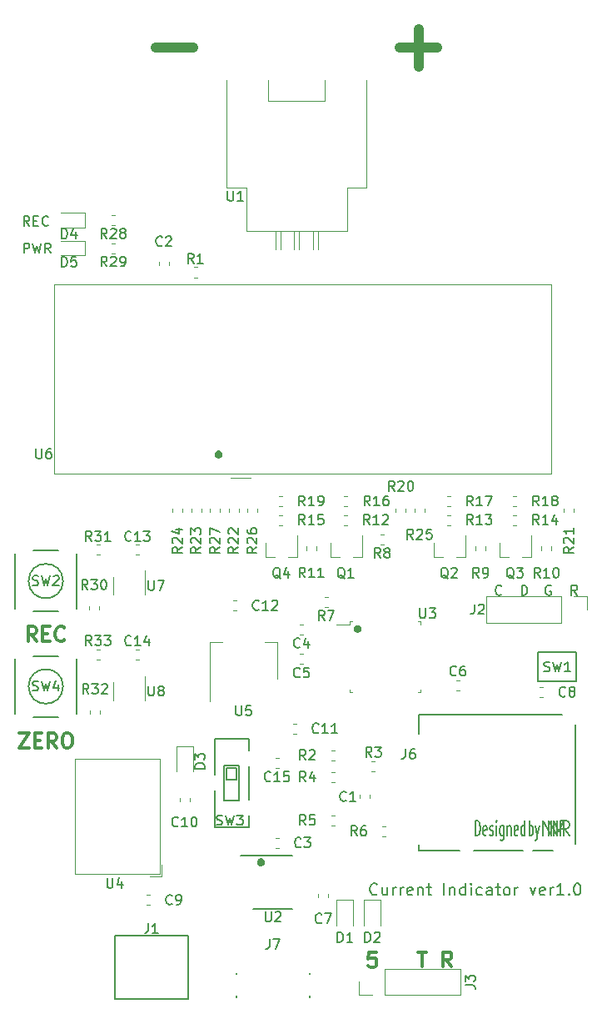
<source format=gto>
G04 #@! TF.GenerationSoftware,KiCad,Pcbnew,(5.1.4)-1*
G04 #@! TF.CreationDate,2020-11-18T17:54:53+09:00*
G04 #@! TF.ProjectId,CurrentIndicator,43757272-656e-4744-996e-64696361746f,rev?*
G04 #@! TF.SameCoordinates,Original*
G04 #@! TF.FileFunction,Legend,Top*
G04 #@! TF.FilePolarity,Positive*
%FSLAX46Y46*%
G04 Gerber Fmt 4.6, Leading zero omitted, Abs format (unit mm)*
G04 Created by KiCad (PCBNEW (5.1.4)-1) date 2020-11-18 17:54:53*
%MOMM*%
%LPD*%
G04 APERTURE LIST*
%ADD10C,0.200000*%
%ADD11C,0.150000*%
%ADD12C,1.000000*%
%ADD13C,0.300000*%
%ADD14C,0.120000*%
G04 APERTURE END LIST*
D10*
X178203571Y-139278571D02*
X178146428Y-139335714D01*
X177975000Y-139392857D01*
X177860714Y-139392857D01*
X177689285Y-139335714D01*
X177575000Y-139221428D01*
X177517857Y-139107142D01*
X177460714Y-138878571D01*
X177460714Y-138707142D01*
X177517857Y-138478571D01*
X177575000Y-138364285D01*
X177689285Y-138250000D01*
X177860714Y-138192857D01*
X177975000Y-138192857D01*
X178146428Y-138250000D01*
X178203571Y-138307142D01*
X179232142Y-138592857D02*
X179232142Y-139392857D01*
X178717857Y-138592857D02*
X178717857Y-139221428D01*
X178775000Y-139335714D01*
X178889285Y-139392857D01*
X179060714Y-139392857D01*
X179175000Y-139335714D01*
X179232142Y-139278571D01*
X179803571Y-139392857D02*
X179803571Y-138592857D01*
X179803571Y-138821428D02*
X179860714Y-138707142D01*
X179917857Y-138650000D01*
X180032142Y-138592857D01*
X180146428Y-138592857D01*
X180546428Y-139392857D02*
X180546428Y-138592857D01*
X180546428Y-138821428D02*
X180603571Y-138707142D01*
X180660714Y-138650000D01*
X180775000Y-138592857D01*
X180889285Y-138592857D01*
X181746428Y-139335714D02*
X181632142Y-139392857D01*
X181403571Y-139392857D01*
X181289285Y-139335714D01*
X181232142Y-139221428D01*
X181232142Y-138764285D01*
X181289285Y-138650000D01*
X181403571Y-138592857D01*
X181632142Y-138592857D01*
X181746428Y-138650000D01*
X181803571Y-138764285D01*
X181803571Y-138878571D01*
X181232142Y-138992857D01*
X182317857Y-138592857D02*
X182317857Y-139392857D01*
X182317857Y-138707142D02*
X182375000Y-138650000D01*
X182489285Y-138592857D01*
X182660714Y-138592857D01*
X182775000Y-138650000D01*
X182832142Y-138764285D01*
X182832142Y-139392857D01*
X183232142Y-138592857D02*
X183689285Y-138592857D01*
X183403571Y-138192857D02*
X183403571Y-139221428D01*
X183460714Y-139335714D01*
X183575000Y-139392857D01*
X183689285Y-139392857D01*
X185003571Y-139392857D02*
X185003571Y-138192857D01*
X185575000Y-138592857D02*
X185575000Y-139392857D01*
X185575000Y-138707142D02*
X185632142Y-138650000D01*
X185746428Y-138592857D01*
X185917857Y-138592857D01*
X186032142Y-138650000D01*
X186089285Y-138764285D01*
X186089285Y-139392857D01*
X187175000Y-139392857D02*
X187175000Y-138192857D01*
X187175000Y-139335714D02*
X187060714Y-139392857D01*
X186832142Y-139392857D01*
X186717857Y-139335714D01*
X186660714Y-139278571D01*
X186603571Y-139164285D01*
X186603571Y-138821428D01*
X186660714Y-138707142D01*
X186717857Y-138650000D01*
X186832142Y-138592857D01*
X187060714Y-138592857D01*
X187175000Y-138650000D01*
X187746428Y-139392857D02*
X187746428Y-138592857D01*
X187746428Y-138192857D02*
X187689285Y-138250000D01*
X187746428Y-138307142D01*
X187803571Y-138250000D01*
X187746428Y-138192857D01*
X187746428Y-138307142D01*
X188832142Y-139335714D02*
X188717857Y-139392857D01*
X188489285Y-139392857D01*
X188375000Y-139335714D01*
X188317857Y-139278571D01*
X188260714Y-139164285D01*
X188260714Y-138821428D01*
X188317857Y-138707142D01*
X188375000Y-138650000D01*
X188489285Y-138592857D01*
X188717857Y-138592857D01*
X188832142Y-138650000D01*
X189860714Y-139392857D02*
X189860714Y-138764285D01*
X189803571Y-138650000D01*
X189689285Y-138592857D01*
X189460714Y-138592857D01*
X189346428Y-138650000D01*
X189860714Y-139335714D02*
X189746428Y-139392857D01*
X189460714Y-139392857D01*
X189346428Y-139335714D01*
X189289285Y-139221428D01*
X189289285Y-139107142D01*
X189346428Y-138992857D01*
X189460714Y-138935714D01*
X189746428Y-138935714D01*
X189860714Y-138878571D01*
X190260714Y-138592857D02*
X190717857Y-138592857D01*
X190432142Y-138192857D02*
X190432142Y-139221428D01*
X190489285Y-139335714D01*
X190603571Y-139392857D01*
X190717857Y-139392857D01*
X191289285Y-139392857D02*
X191175000Y-139335714D01*
X191117857Y-139278571D01*
X191060714Y-139164285D01*
X191060714Y-138821428D01*
X191117857Y-138707142D01*
X191175000Y-138650000D01*
X191289285Y-138592857D01*
X191460714Y-138592857D01*
X191575000Y-138650000D01*
X191632142Y-138707142D01*
X191689285Y-138821428D01*
X191689285Y-139164285D01*
X191632142Y-139278571D01*
X191575000Y-139335714D01*
X191460714Y-139392857D01*
X191289285Y-139392857D01*
X192203571Y-139392857D02*
X192203571Y-138592857D01*
X192203571Y-138821428D02*
X192260714Y-138707142D01*
X192317857Y-138650000D01*
X192432142Y-138592857D01*
X192546428Y-138592857D01*
X193746428Y-138592857D02*
X194032142Y-139392857D01*
X194317857Y-138592857D01*
X195232142Y-139335714D02*
X195117857Y-139392857D01*
X194889285Y-139392857D01*
X194775000Y-139335714D01*
X194717857Y-139221428D01*
X194717857Y-138764285D01*
X194775000Y-138650000D01*
X194889285Y-138592857D01*
X195117857Y-138592857D01*
X195232142Y-138650000D01*
X195289285Y-138764285D01*
X195289285Y-138878571D01*
X194717857Y-138992857D01*
X195803571Y-139392857D02*
X195803571Y-138592857D01*
X195803571Y-138821428D02*
X195860714Y-138707142D01*
X195917857Y-138650000D01*
X196032142Y-138592857D01*
X196146428Y-138592857D01*
X197175000Y-139392857D02*
X196489285Y-139392857D01*
X196832142Y-139392857D02*
X196832142Y-138192857D01*
X196717857Y-138364285D01*
X196603571Y-138478571D01*
X196489285Y-138535714D01*
X197689285Y-139278571D02*
X197746428Y-139335714D01*
X197689285Y-139392857D01*
X197632142Y-139335714D01*
X197689285Y-139278571D01*
X197689285Y-139392857D01*
X198489285Y-138192857D02*
X198603571Y-138192857D01*
X198717857Y-138250000D01*
X198775000Y-138307142D01*
X198832142Y-138421428D01*
X198889285Y-138650000D01*
X198889285Y-138935714D01*
X198832142Y-139164285D01*
X198775000Y-139278571D01*
X198717857Y-139335714D01*
X198603571Y-139392857D01*
X198489285Y-139392857D01*
X198375000Y-139335714D01*
X198317857Y-139278571D01*
X198260714Y-139164285D01*
X198203571Y-138935714D01*
X198203571Y-138650000D01*
X198260714Y-138421428D01*
X198317857Y-138307142D01*
X198375000Y-138250000D01*
X198489285Y-138192857D01*
D11*
X193648809Y-133353571D02*
X193648809Y-131853571D01*
X193648809Y-132425000D02*
X193725000Y-132353571D01*
X193877380Y-132353571D01*
X193953571Y-132425000D01*
X193991666Y-132496428D01*
X194029761Y-132639285D01*
X194029761Y-133067857D01*
X193991666Y-133210714D01*
X193953571Y-133282142D01*
X193877380Y-133353571D01*
X193725000Y-133353571D01*
X193648809Y-133282142D01*
X194296428Y-132353571D02*
X194486904Y-133353571D01*
X194677380Y-132353571D02*
X194486904Y-133353571D01*
X194410714Y-133710714D01*
X194372619Y-133782142D01*
X194296428Y-133853571D01*
X188204761Y-133353571D02*
X188204761Y-131853571D01*
X188395238Y-131853571D01*
X188509523Y-131925000D01*
X188585714Y-132067857D01*
X188623809Y-132210714D01*
X188661904Y-132496428D01*
X188661904Y-132710714D01*
X188623809Y-132996428D01*
X188585714Y-133139285D01*
X188509523Y-133282142D01*
X188395238Y-133353571D01*
X188204761Y-133353571D01*
X189309523Y-133282142D02*
X189233333Y-133353571D01*
X189080952Y-133353571D01*
X189004761Y-133282142D01*
X188966666Y-133139285D01*
X188966666Y-132567857D01*
X189004761Y-132425000D01*
X189080952Y-132353571D01*
X189233333Y-132353571D01*
X189309523Y-132425000D01*
X189347619Y-132567857D01*
X189347619Y-132710714D01*
X188966666Y-132853571D01*
X189652380Y-133282142D02*
X189728571Y-133353571D01*
X189880952Y-133353571D01*
X189957142Y-133282142D01*
X189995238Y-133139285D01*
X189995238Y-133067857D01*
X189957142Y-132925000D01*
X189880952Y-132853571D01*
X189766666Y-132853571D01*
X189690476Y-132782142D01*
X189652380Y-132639285D01*
X189652380Y-132567857D01*
X189690476Y-132425000D01*
X189766666Y-132353571D01*
X189880952Y-132353571D01*
X189957142Y-132425000D01*
X190338095Y-133353571D02*
X190338095Y-132353571D01*
X190338095Y-131853571D02*
X190300000Y-131925000D01*
X190338095Y-131996428D01*
X190376190Y-131925000D01*
X190338095Y-131853571D01*
X190338095Y-131996428D01*
X191061904Y-132353571D02*
X191061904Y-133567857D01*
X191023809Y-133710714D01*
X190985714Y-133782142D01*
X190909523Y-133853571D01*
X190795238Y-133853571D01*
X190719047Y-133782142D01*
X191061904Y-133282142D02*
X190985714Y-133353571D01*
X190833333Y-133353571D01*
X190757142Y-133282142D01*
X190719047Y-133210714D01*
X190680952Y-133067857D01*
X190680952Y-132639285D01*
X190719047Y-132496428D01*
X190757142Y-132425000D01*
X190833333Y-132353571D01*
X190985714Y-132353571D01*
X191061904Y-132425000D01*
X191442857Y-132353571D02*
X191442857Y-133353571D01*
X191442857Y-132496428D02*
X191480952Y-132425000D01*
X191557142Y-132353571D01*
X191671428Y-132353571D01*
X191747619Y-132425000D01*
X191785714Y-132567857D01*
X191785714Y-133353571D01*
X192471428Y-133282142D02*
X192395238Y-133353571D01*
X192242857Y-133353571D01*
X192166666Y-133282142D01*
X192128571Y-133139285D01*
X192128571Y-132567857D01*
X192166666Y-132425000D01*
X192242857Y-132353571D01*
X192395238Y-132353571D01*
X192471428Y-132425000D01*
X192509523Y-132567857D01*
X192509523Y-132710714D01*
X192128571Y-132853571D01*
X193195238Y-133353571D02*
X193195238Y-131853571D01*
X193195238Y-133282142D02*
X193119047Y-133353571D01*
X192966666Y-133353571D01*
X192890476Y-133282142D01*
X192852380Y-133210714D01*
X192814285Y-133067857D01*
X192814285Y-132639285D01*
X192852380Y-132496428D01*
X192890476Y-132425000D01*
X192966666Y-132353571D01*
X193119047Y-132353571D01*
X193195238Y-132425000D01*
D10*
X161808333Y-94504761D02*
X161808333Y-94809523D01*
X161846428Y-94847619D02*
X161998809Y-94961904D01*
X161846428Y-94466666D02*
X161998809Y-94352380D01*
X161846428Y-94428571D02*
X161846428Y-94885714D01*
X161884523Y-94885714D02*
X161884523Y-94428571D01*
X161922619Y-94390476D02*
X161922619Y-94923809D01*
X161960714Y-94923809D02*
X161960714Y-94390476D01*
X161998809Y-94352380D02*
X161998809Y-94961904D01*
X162036904Y-94961904D02*
X162036904Y-94352380D01*
X162075000Y-94352380D02*
X162075000Y-94961904D01*
X162113095Y-94961904D02*
X162113095Y-94352380D01*
X162151190Y-94961904D02*
X162303571Y-94847619D01*
X162151190Y-94352380D02*
X162151190Y-94961904D01*
X162151190Y-94352380D02*
X162303571Y-94466666D01*
X162189285Y-94923809D02*
X162189285Y-94390476D01*
X162227380Y-94390476D02*
X162227380Y-94923809D01*
X162265476Y-94885714D02*
X162265476Y-94428571D01*
X162303571Y-94428571D02*
X162303571Y-94885714D01*
X162341666Y-94809523D02*
X162341666Y-94504761D01*
X161998809Y-94352380D02*
X162151190Y-94352380D01*
X162303571Y-94428571D01*
X162379761Y-94580952D01*
X162379761Y-94733333D01*
X162303571Y-94885714D01*
X162151190Y-94961904D01*
X161998809Y-94961904D01*
X161846428Y-94885714D01*
X161770238Y-94733333D01*
X161770238Y-94580952D01*
X161846428Y-94428571D01*
X161998809Y-94352380D01*
X175933333Y-112204761D02*
X175933333Y-112509523D01*
X175971428Y-112547619D02*
X176123809Y-112661904D01*
X175971428Y-112166666D02*
X176123809Y-112052380D01*
X175971428Y-112128571D02*
X175971428Y-112585714D01*
X176009523Y-112585714D02*
X176009523Y-112128571D01*
X176047619Y-112090476D02*
X176047619Y-112623809D01*
X176085714Y-112623809D02*
X176085714Y-112090476D01*
X176123809Y-112052380D02*
X176123809Y-112661904D01*
X176161904Y-112661904D02*
X176161904Y-112052380D01*
X176200000Y-112052380D02*
X176200000Y-112661904D01*
X176238095Y-112661904D02*
X176238095Y-112052380D01*
X176276190Y-112661904D02*
X176428571Y-112547619D01*
X176276190Y-112052380D02*
X176276190Y-112661904D01*
X176276190Y-112052380D02*
X176428571Y-112166666D01*
X176314285Y-112623809D02*
X176314285Y-112090476D01*
X176352380Y-112090476D02*
X176352380Y-112623809D01*
X176390476Y-112585714D02*
X176390476Y-112128571D01*
X176428571Y-112128571D02*
X176428571Y-112585714D01*
X176466666Y-112509523D02*
X176466666Y-112204761D01*
X176123809Y-112052380D02*
X176276190Y-112052380D01*
X176428571Y-112128571D01*
X176504761Y-112280952D01*
X176504761Y-112433333D01*
X176428571Y-112585714D01*
X176276190Y-112661904D01*
X176123809Y-112661904D01*
X175971428Y-112585714D01*
X175895238Y-112433333D01*
X175895238Y-112280952D01*
X175971428Y-112128571D01*
X176123809Y-112052380D01*
X166108333Y-135904761D02*
X166108333Y-136209523D01*
X166146428Y-136247619D02*
X166298809Y-136361904D01*
X166146428Y-135866666D02*
X166298809Y-135752380D01*
X166146428Y-135828571D02*
X166146428Y-136285714D01*
X166184523Y-136285714D02*
X166184523Y-135828571D01*
X166222619Y-135790476D02*
X166222619Y-136323809D01*
X166260714Y-136323809D02*
X166260714Y-135790476D01*
X166298809Y-135752380D02*
X166298809Y-136361904D01*
X166336904Y-136361904D02*
X166336904Y-135752380D01*
X166375000Y-135752380D02*
X166375000Y-136361904D01*
X166413095Y-136361904D02*
X166413095Y-135752380D01*
X166451190Y-136361904D02*
X166603571Y-136247619D01*
X166451190Y-135752380D02*
X166451190Y-136361904D01*
X166451190Y-135752380D02*
X166603571Y-135866666D01*
X166489285Y-136323809D02*
X166489285Y-135790476D01*
X166527380Y-135790476D02*
X166527380Y-136323809D01*
X166565476Y-136285714D02*
X166565476Y-135828571D01*
X166603571Y-135828571D02*
X166603571Y-136285714D01*
X166641666Y-136209523D02*
X166641666Y-135904761D01*
X166298809Y-135752380D02*
X166451190Y-135752380D01*
X166603571Y-135828571D01*
X166679761Y-135980952D01*
X166679761Y-136133333D01*
X166603571Y-136285714D01*
X166451190Y-136361904D01*
X166298809Y-136361904D01*
X166146428Y-136285714D01*
X166070238Y-136133333D01*
X166070238Y-135980952D01*
X166146428Y-135828571D01*
X166298809Y-135752380D01*
D11*
X197714285Y-133353571D02*
X197214285Y-132639285D01*
X196857142Y-133353571D02*
X196857142Y-131853571D01*
X197428571Y-131853571D01*
X197571428Y-131925000D01*
X197642857Y-131996428D01*
X197714285Y-132139285D01*
X197714285Y-132353571D01*
X197642857Y-132496428D01*
X197571428Y-132567857D01*
X197428571Y-132639285D01*
X196857142Y-132639285D01*
X196175000Y-133353571D02*
X196175000Y-131853571D01*
X196675000Y-132925000D01*
X197175000Y-131853571D01*
X197175000Y-133353571D01*
X195621428Y-133353571D02*
X195621428Y-131853571D01*
X196478571Y-133353571D01*
X196478571Y-131853571D01*
X195071428Y-133353571D02*
X195071428Y-131853571D01*
X195928571Y-133353571D01*
X195928571Y-131853571D01*
D12*
X155695238Y-53357142D02*
X159504761Y-53357142D01*
X180520238Y-53357142D02*
X184329761Y-53357142D01*
X182425000Y-55261904D02*
X182425000Y-51452380D01*
D11*
X142832142Y-71452380D02*
X142498809Y-70976190D01*
X142260714Y-71452380D02*
X142260714Y-70452380D01*
X142641666Y-70452380D01*
X142736904Y-70500000D01*
X142784523Y-70547619D01*
X142832142Y-70642857D01*
X142832142Y-70785714D01*
X142784523Y-70880952D01*
X142736904Y-70928571D01*
X142641666Y-70976190D01*
X142260714Y-70976190D01*
X143260714Y-70928571D02*
X143594047Y-70928571D01*
X143736904Y-71452380D02*
X143260714Y-71452380D01*
X143260714Y-70452380D01*
X143736904Y-70452380D01*
X144736904Y-71357142D02*
X144689285Y-71404761D01*
X144546428Y-71452380D01*
X144451190Y-71452380D01*
X144308333Y-71404761D01*
X144213095Y-71309523D01*
X144165476Y-71214285D01*
X144117857Y-71023809D01*
X144117857Y-70880952D01*
X144165476Y-70690476D01*
X144213095Y-70595238D01*
X144308333Y-70500000D01*
X144451190Y-70452380D01*
X144546428Y-70452380D01*
X144689285Y-70500000D01*
X144736904Y-70547619D01*
X142266666Y-74202380D02*
X142266666Y-73202380D01*
X142647619Y-73202380D01*
X142742857Y-73250000D01*
X142790476Y-73297619D01*
X142838095Y-73392857D01*
X142838095Y-73535714D01*
X142790476Y-73630952D01*
X142742857Y-73678571D01*
X142647619Y-73726190D01*
X142266666Y-73726190D01*
X143171428Y-73202380D02*
X143409523Y-74202380D01*
X143600000Y-73488095D01*
X143790476Y-74202380D01*
X144028571Y-73202380D01*
X144980952Y-74202380D02*
X144647619Y-73726190D01*
X144409523Y-74202380D02*
X144409523Y-73202380D01*
X144790476Y-73202380D01*
X144885714Y-73250000D01*
X144933333Y-73297619D01*
X144980952Y-73392857D01*
X144980952Y-73535714D01*
X144933333Y-73630952D01*
X144885714Y-73678571D01*
X144790476Y-73726190D01*
X144409523Y-73726190D01*
D13*
X141810714Y-122953571D02*
X142810714Y-122953571D01*
X141810714Y-124453571D01*
X142810714Y-124453571D01*
X143382142Y-123667857D02*
X143882142Y-123667857D01*
X144096428Y-124453571D02*
X143382142Y-124453571D01*
X143382142Y-122953571D01*
X144096428Y-122953571D01*
X145596428Y-124453571D02*
X145096428Y-123739285D01*
X144739285Y-124453571D02*
X144739285Y-122953571D01*
X145310714Y-122953571D01*
X145453571Y-123025000D01*
X145525000Y-123096428D01*
X145596428Y-123239285D01*
X145596428Y-123453571D01*
X145525000Y-123596428D01*
X145453571Y-123667857D01*
X145310714Y-123739285D01*
X144739285Y-123739285D01*
X146525000Y-122953571D02*
X146810714Y-122953571D01*
X146953571Y-123025000D01*
X147096428Y-123167857D01*
X147167857Y-123453571D01*
X147167857Y-123953571D01*
X147096428Y-124239285D01*
X146953571Y-124382142D01*
X146810714Y-124453571D01*
X146525000Y-124453571D01*
X146382142Y-124382142D01*
X146239285Y-124239285D01*
X146167857Y-123953571D01*
X146167857Y-123453571D01*
X146239285Y-123167857D01*
X146382142Y-123025000D01*
X146525000Y-122953571D01*
X143535714Y-113628571D02*
X143035714Y-112914285D01*
X142678571Y-113628571D02*
X142678571Y-112128571D01*
X143250000Y-112128571D01*
X143392857Y-112200000D01*
X143464285Y-112271428D01*
X143535714Y-112414285D01*
X143535714Y-112628571D01*
X143464285Y-112771428D01*
X143392857Y-112842857D01*
X143250000Y-112914285D01*
X142678571Y-112914285D01*
X144178571Y-112842857D02*
X144678571Y-112842857D01*
X144892857Y-113628571D02*
X144178571Y-113628571D01*
X144178571Y-112128571D01*
X144892857Y-112128571D01*
X146392857Y-113485714D02*
X146321428Y-113557142D01*
X146107142Y-113628571D01*
X145964285Y-113628571D01*
X145750000Y-113557142D01*
X145607142Y-113414285D01*
X145535714Y-113271428D01*
X145464285Y-112985714D01*
X145464285Y-112771428D01*
X145535714Y-112485714D01*
X145607142Y-112342857D01*
X145750000Y-112200000D01*
X145964285Y-112128571D01*
X146107142Y-112128571D01*
X146321428Y-112200000D01*
X146392857Y-112271428D01*
D11*
X195861904Y-107975000D02*
X195766666Y-107927380D01*
X195623809Y-107927380D01*
X195480952Y-107975000D01*
X195385714Y-108070238D01*
X195338095Y-108165476D01*
X195290476Y-108355952D01*
X195290476Y-108498809D01*
X195338095Y-108689285D01*
X195385714Y-108784523D01*
X195480952Y-108879761D01*
X195623809Y-108927380D01*
X195719047Y-108927380D01*
X195861904Y-108879761D01*
X195909523Y-108832142D01*
X195909523Y-108498809D01*
X195719047Y-108498809D01*
X198534523Y-108927380D02*
X198201190Y-108451190D01*
X197963095Y-108927380D02*
X197963095Y-107927380D01*
X198344047Y-107927380D01*
X198439285Y-107975000D01*
X198486904Y-108022619D01*
X198534523Y-108117857D01*
X198534523Y-108260714D01*
X198486904Y-108355952D01*
X198439285Y-108403571D01*
X198344047Y-108451190D01*
X197963095Y-108451190D01*
X192888095Y-108927380D02*
X192888095Y-107927380D01*
X193126190Y-107927380D01*
X193269047Y-107975000D01*
X193364285Y-108070238D01*
X193411904Y-108165476D01*
X193459523Y-108355952D01*
X193459523Y-108498809D01*
X193411904Y-108689285D01*
X193364285Y-108784523D01*
X193269047Y-108879761D01*
X193126190Y-108927380D01*
X192888095Y-108927380D01*
X190834523Y-108832142D02*
X190786904Y-108879761D01*
X190644047Y-108927380D01*
X190548809Y-108927380D01*
X190405952Y-108879761D01*
X190310714Y-108784523D01*
X190263095Y-108689285D01*
X190215476Y-108498809D01*
X190215476Y-108355952D01*
X190263095Y-108165476D01*
X190310714Y-108070238D01*
X190405952Y-107975000D01*
X190548809Y-107927380D01*
X190644047Y-107927380D01*
X190786904Y-107975000D01*
X190834523Y-108022619D01*
D13*
X185764285Y-146653571D02*
X185264285Y-145939285D01*
X184907142Y-146653571D02*
X184907142Y-145153571D01*
X185478571Y-145153571D01*
X185621428Y-145225000D01*
X185692857Y-145296428D01*
X185764285Y-145439285D01*
X185764285Y-145653571D01*
X185692857Y-145796428D01*
X185621428Y-145867857D01*
X185478571Y-145939285D01*
X184907142Y-145939285D01*
X182346428Y-145153571D02*
X183203571Y-145153571D01*
X182775000Y-146653571D02*
X182775000Y-145153571D01*
X178082142Y-145178571D02*
X177367857Y-145178571D01*
X177296428Y-145892857D01*
X177367857Y-145821428D01*
X177510714Y-145750000D01*
X177867857Y-145750000D01*
X178010714Y-145821428D01*
X178082142Y-145892857D01*
X178153571Y-146035714D01*
X178153571Y-146392857D01*
X178082142Y-146535714D01*
X178010714Y-146607142D01*
X177867857Y-146678571D01*
X177510714Y-146678571D01*
X177367857Y-146607142D01*
X177296428Y-146535714D01*
D14*
X167828733Y-126510000D02*
X168171267Y-126510000D01*
X167828733Y-125490000D02*
X168171267Y-125490000D01*
D10*
X171350000Y-149600000D02*
X171350000Y-149800000D01*
X163850000Y-149600000D02*
X163850000Y-149800000D01*
X171350000Y-147300000D02*
X171350000Y-147400000D01*
X163850000Y-147300000D02*
X163850000Y-147400000D01*
X182400000Y-121050000D02*
X182400000Y-123000000D01*
X182400000Y-134900000D02*
X182400000Y-134300000D01*
X194000000Y-134900000D02*
X196100000Y-134900000D01*
X188000000Y-134900000D02*
X193000000Y-134900000D01*
X198350000Y-134200000D02*
X198350000Y-122100000D01*
X182400000Y-134900000D02*
X186600000Y-134900000D01*
X182400000Y-121050000D02*
X197000000Y-121050000D01*
D14*
X154610000Y-119600000D02*
X154610000Y-117150000D01*
X151390000Y-117800000D02*
X151390000Y-119600000D01*
X154610000Y-108900000D02*
X154610000Y-106450000D01*
X151390000Y-107100000D02*
X151390000Y-108900000D01*
X163300000Y-96980000D02*
X165300000Y-96980000D01*
X195920000Y-77360000D02*
X145380000Y-77360000D01*
X195920000Y-96600000D02*
X195920000Y-77360000D01*
X145380000Y-96600000D02*
X195920000Y-96600000D01*
X145380000Y-96600000D02*
X145380000Y-77360000D01*
X161190000Y-119700000D02*
X161190000Y-113690000D01*
X168010000Y-117450000D02*
X168010000Y-113690000D01*
X161190000Y-113690000D02*
X162450000Y-113690000D01*
X168010000Y-113690000D02*
X166750000Y-113690000D01*
X156300000Y-137511000D02*
X156300000Y-136271000D01*
X155060000Y-137511000D02*
X156300000Y-137511000D01*
X147440000Y-125550000D02*
X156060000Y-125550000D01*
X147440000Y-137271000D02*
X156060000Y-137271000D01*
X156060000Y-137271000D02*
X156060000Y-125550000D01*
X147440000Y-137271000D02*
X147440000Y-125550000D01*
X175390000Y-111890000D02*
X174075000Y-111890000D01*
X175390000Y-111590000D02*
X175390000Y-111890000D01*
X175690000Y-111590000D02*
X175390000Y-111590000D01*
X182610000Y-111590000D02*
X182610000Y-111890000D01*
X182310000Y-111590000D02*
X182610000Y-111590000D01*
X175390000Y-118810000D02*
X175390000Y-118510000D01*
X175690000Y-118810000D02*
X175390000Y-118810000D01*
X182610000Y-118810000D02*
X182610000Y-118510000D01*
X182310000Y-118810000D02*
X182610000Y-118810000D01*
D11*
X164325000Y-135375000D02*
X169600000Y-135375000D01*
X165600000Y-140775000D02*
X169600000Y-140775000D01*
D14*
X177130000Y-67570000D02*
X177130000Y-56650000D01*
X162890000Y-67570000D02*
X162890000Y-56650000D01*
X175130000Y-67570000D02*
X177130000Y-67570000D01*
X164890000Y-67570000D02*
X162890000Y-67570000D01*
X172890000Y-58730000D02*
X172890000Y-56650000D01*
X167130000Y-58730000D02*
X167130000Y-56650000D01*
X167130000Y-58730000D02*
X172890000Y-58730000D01*
X175130000Y-71970000D02*
X164890000Y-71970000D01*
X164890000Y-71970000D02*
X164890000Y-67570000D01*
X175130000Y-71970000D02*
X175130000Y-67570000D01*
X171665000Y-71970000D02*
X171665000Y-73850000D01*
X169755000Y-71970000D02*
X169755000Y-73850000D01*
X167845000Y-71970000D02*
X167845000Y-73850000D01*
X168355000Y-71970000D02*
X168355000Y-73850000D01*
X170265000Y-71970000D02*
X170265000Y-73850000D01*
X172175000Y-71970000D02*
X172175000Y-73850000D01*
D10*
X146250000Y-118200000D02*
G75*
G03X146250000Y-118200000I-1750000J0D01*
G01*
X141400000Y-115400000D02*
X141400000Y-121000000D01*
X147600000Y-115400000D02*
X147600000Y-121000000D01*
X145800000Y-121300000D02*
X143200000Y-121300000D01*
X145800000Y-115100000D02*
X143200000Y-115100000D01*
X162900000Y-126500000D02*
X162900000Y-127650000D01*
X163900000Y-126500000D02*
X162900000Y-126500000D01*
X163900000Y-127650000D02*
X163900000Y-126500000D01*
X163900000Y-127650000D02*
X162900000Y-127650000D01*
X162650000Y-126250000D02*
X162650000Y-129750000D01*
X162650000Y-129750000D02*
X164150000Y-129750000D01*
X164150000Y-126250000D02*
X164150000Y-129750000D01*
X162650000Y-126250000D02*
X164150000Y-126250000D01*
X165150000Y-131300000D02*
X165150000Y-132500000D01*
X165150000Y-123500000D02*
X165150000Y-124700000D01*
X161650000Y-128800000D02*
X161650000Y-132500000D01*
X161650000Y-132500000D02*
X165150000Y-132500000D01*
X165150000Y-123500000D02*
X161650000Y-123500000D01*
X161650000Y-123500000D02*
X161650000Y-127200000D01*
X165150000Y-126300000D02*
X165150000Y-129700000D01*
X146250000Y-107500000D02*
G75*
G03X146250000Y-107500000I-1750000J0D01*
G01*
X141400000Y-104700000D02*
X141400000Y-110300000D01*
X147600000Y-104700000D02*
X147600000Y-110300000D01*
X145800000Y-110600000D02*
X143200000Y-110600000D01*
X145800000Y-104400000D02*
X143200000Y-104400000D01*
X198450000Y-117650000D02*
X194550000Y-117650000D01*
X198450000Y-114750000D02*
X198450000Y-117650000D01*
X194550000Y-114750000D02*
X198450000Y-114750000D01*
X194550000Y-117650000D02*
X194550000Y-114750000D01*
D14*
X149628733Y-115510000D02*
X149971267Y-115510000D01*
X149628733Y-114490000D02*
X149971267Y-114490000D01*
X148990000Y-120628733D02*
X148990000Y-120971267D01*
X150010000Y-120628733D02*
X150010000Y-120971267D01*
X149628733Y-104810000D02*
X149971267Y-104810000D01*
X149628733Y-103790000D02*
X149971267Y-103790000D01*
X148890000Y-110028733D02*
X148890000Y-110371267D01*
X149910000Y-110028733D02*
X149910000Y-110371267D01*
X151178733Y-74210000D02*
X151521267Y-74210000D01*
X151178733Y-73190000D02*
X151521267Y-73190000D01*
X151178733Y-71360000D02*
X151521267Y-71360000D01*
X151178733Y-70340000D02*
X151521267Y-70340000D01*
X162210000Y-100471267D02*
X162210000Y-100128733D01*
X161190000Y-100471267D02*
X161190000Y-100128733D01*
X166010000Y-100471267D02*
X166010000Y-100128733D01*
X164990000Y-100471267D02*
X164990000Y-100128733D01*
X183010000Y-100471267D02*
X183010000Y-100128733D01*
X181990000Y-100471267D02*
X181990000Y-100128733D01*
X158410000Y-100471267D02*
X158410000Y-100128733D01*
X157390000Y-100471267D02*
X157390000Y-100128733D01*
X160310000Y-100471267D02*
X160310000Y-100128733D01*
X159290000Y-100471267D02*
X159290000Y-100128733D01*
X164110000Y-100471267D02*
X164110000Y-100128733D01*
X163090000Y-100471267D02*
X163090000Y-100128733D01*
X198210000Y-100471267D02*
X198210000Y-100128733D01*
X197190000Y-100471267D02*
X197190000Y-100128733D01*
X181110000Y-100471267D02*
X181110000Y-100128733D01*
X180090000Y-100471267D02*
X180090000Y-100128733D01*
X168203733Y-99910000D02*
X168546267Y-99910000D01*
X168203733Y-98890000D02*
X168546267Y-98890000D01*
X192003733Y-99910000D02*
X192346267Y-99910000D01*
X192003733Y-98890000D02*
X192346267Y-98890000D01*
X185303733Y-99910000D02*
X185646267Y-99910000D01*
X185303733Y-98890000D02*
X185646267Y-98890000D01*
X174803733Y-99910000D02*
X175146267Y-99910000D01*
X174803733Y-98890000D02*
X175146267Y-98890000D01*
X168546267Y-100790000D02*
X168203733Y-100790000D01*
X168546267Y-101810000D02*
X168203733Y-101810000D01*
X192346267Y-100790000D02*
X192003733Y-100790000D01*
X192346267Y-101810000D02*
X192003733Y-101810000D01*
X185646267Y-100790000D02*
X185303733Y-100790000D01*
X185646267Y-101810000D02*
X185303733Y-101810000D01*
X175146267Y-100790000D02*
X174803733Y-100790000D01*
X175146267Y-101810000D02*
X174803733Y-101810000D01*
X172010000Y-104346267D02*
X172010000Y-104003733D01*
X170990000Y-104346267D02*
X170990000Y-104003733D01*
X195910000Y-104346267D02*
X195910000Y-104003733D01*
X194890000Y-104346267D02*
X194890000Y-104003733D01*
X189210000Y-104346267D02*
X189210000Y-104003733D01*
X188190000Y-104346267D02*
X188190000Y-104003733D01*
X178871267Y-102790000D02*
X178528733Y-102790000D01*
X178871267Y-103810000D02*
X178528733Y-103810000D01*
X173171267Y-109090000D02*
X172828733Y-109090000D01*
X173171267Y-110110000D02*
X172828733Y-110110000D01*
X178728733Y-133410000D02*
X179071267Y-133410000D01*
X178728733Y-132390000D02*
X179071267Y-132390000D01*
X173528733Y-132310000D02*
X173871267Y-132310000D01*
X173528733Y-131290000D02*
X173871267Y-131290000D01*
X173528733Y-127910000D02*
X173871267Y-127910000D01*
X173528733Y-126890000D02*
X173871267Y-126890000D01*
X177628733Y-126810000D02*
X177971267Y-126810000D01*
X177628733Y-125790000D02*
X177971267Y-125790000D01*
X173528733Y-125710000D02*
X173871267Y-125710000D01*
X173528733Y-124690000D02*
X173871267Y-124690000D01*
X159871267Y-75640000D02*
X159528733Y-75640000D01*
X159871267Y-76660000D02*
X159528733Y-76660000D01*
X166870000Y-105060000D02*
X166870000Y-103600000D01*
X170030000Y-105060000D02*
X170030000Y-102900000D01*
X170030000Y-105060000D02*
X169100000Y-105060000D01*
X166870000Y-105060000D02*
X167800000Y-105060000D01*
X190670000Y-105060000D02*
X190670000Y-103600000D01*
X193830000Y-105060000D02*
X193830000Y-102900000D01*
X193830000Y-105060000D02*
X192900000Y-105060000D01*
X190670000Y-105060000D02*
X191600000Y-105060000D01*
X183970000Y-105060000D02*
X183970000Y-103600000D01*
X187130000Y-105060000D02*
X187130000Y-102900000D01*
X187130000Y-105060000D02*
X186200000Y-105060000D01*
X183970000Y-105060000D02*
X184900000Y-105060000D01*
X173470000Y-105060000D02*
X173470000Y-103600000D01*
X176630000Y-105060000D02*
X176630000Y-102900000D01*
X176630000Y-105060000D02*
X175700000Y-105060000D01*
X173470000Y-105060000D02*
X174400000Y-105060000D01*
X176370000Y-149530000D02*
X176370000Y-148200000D01*
X177700000Y-149530000D02*
X176370000Y-149530000D01*
X178970000Y-149530000D02*
X178970000Y-146870000D01*
X178970000Y-146870000D02*
X186650000Y-146870000D01*
X178970000Y-149530000D02*
X186650000Y-149530000D01*
X186650000Y-149530000D02*
X186650000Y-146870000D01*
X199530000Y-109070000D02*
X199530000Y-110400000D01*
X198200000Y-109070000D02*
X199530000Y-109070000D01*
X196930000Y-109070000D02*
X196930000Y-111730000D01*
X196930000Y-111730000D02*
X189250000Y-111730000D01*
X196930000Y-109070000D02*
X189250000Y-109070000D01*
X189250000Y-109070000D02*
X189250000Y-111730000D01*
D10*
X159000000Y-149900000D02*
X151500000Y-149900000D01*
X151500000Y-149900000D02*
X151500000Y-143500000D01*
X159000000Y-149900000D02*
X158990000Y-143500000D01*
X158990000Y-143500000D02*
X151500000Y-143500000D01*
D14*
X148510000Y-72965000D02*
X146050000Y-72965000D01*
X148510000Y-74435000D02*
X148510000Y-72965000D01*
X146050000Y-74435000D02*
X148510000Y-74435000D01*
X148510000Y-70115000D02*
X146050000Y-70115000D01*
X148510000Y-71585000D02*
X148510000Y-70115000D01*
X146050000Y-71585000D02*
X148510000Y-71585000D01*
X159450000Y-124300000D02*
X159450000Y-126850000D01*
X157750000Y-124300000D02*
X157750000Y-126850000D01*
X159450000Y-124300000D02*
X157750000Y-124300000D01*
X178550000Y-139900000D02*
X178550000Y-142450000D01*
X176850000Y-139900000D02*
X176850000Y-142450000D01*
X178550000Y-139900000D02*
X176850000Y-139900000D01*
X175750000Y-139900000D02*
X175750000Y-142450000D01*
X174050000Y-139900000D02*
X174050000Y-142450000D01*
X175750000Y-139900000D02*
X174050000Y-139900000D01*
X153628733Y-115510000D02*
X153971267Y-115510000D01*
X153628733Y-114490000D02*
X153971267Y-114490000D01*
X153628733Y-104810000D02*
X153971267Y-104810000D01*
X153628733Y-103790000D02*
X153971267Y-103790000D01*
X163896267Y-109490000D02*
X163553733Y-109490000D01*
X163896267Y-110510000D02*
X163553733Y-110510000D01*
X169971267Y-121990000D02*
X169628733Y-121990000D01*
X169971267Y-123010000D02*
X169628733Y-123010000D01*
X158090000Y-129528733D02*
X158090000Y-129871267D01*
X159110000Y-129528733D02*
X159110000Y-129871267D01*
X154703733Y-140410000D02*
X155046267Y-140410000D01*
X154703733Y-139390000D02*
X155046267Y-139390000D01*
X194728733Y-119310000D02*
X195071267Y-119310000D01*
X194728733Y-118290000D02*
X195071267Y-118290000D01*
X172190000Y-139228733D02*
X172190000Y-139571267D01*
X173210000Y-139228733D02*
X173210000Y-139571267D01*
X186228733Y-118610000D02*
X186571267Y-118610000D01*
X186228733Y-117590000D02*
X186571267Y-117590000D01*
X170671267Y-114890000D02*
X170328733Y-114890000D01*
X170671267Y-115910000D02*
X170328733Y-115910000D01*
X170671267Y-111890000D02*
X170328733Y-111890000D01*
X170671267Y-112910000D02*
X170328733Y-112910000D01*
X167828733Y-134610000D02*
X168171267Y-134610000D01*
X167828733Y-133590000D02*
X168171267Y-133590000D01*
X157010000Y-75471267D02*
X157010000Y-75128733D01*
X155990000Y-75471267D02*
X155990000Y-75128733D01*
X176390000Y-129228733D02*
X176390000Y-129571267D01*
X177410000Y-129228733D02*
X177410000Y-129571267D01*
D11*
X167357142Y-127757142D02*
X167309523Y-127804761D01*
X167166666Y-127852380D01*
X167071428Y-127852380D01*
X166928571Y-127804761D01*
X166833333Y-127709523D01*
X166785714Y-127614285D01*
X166738095Y-127423809D01*
X166738095Y-127280952D01*
X166785714Y-127090476D01*
X166833333Y-126995238D01*
X166928571Y-126900000D01*
X167071428Y-126852380D01*
X167166666Y-126852380D01*
X167309523Y-126900000D01*
X167357142Y-126947619D01*
X168309523Y-127852380D02*
X167738095Y-127852380D01*
X168023809Y-127852380D02*
X168023809Y-126852380D01*
X167928571Y-126995238D01*
X167833333Y-127090476D01*
X167738095Y-127138095D01*
X169214285Y-126852380D02*
X168738095Y-126852380D01*
X168690476Y-127328571D01*
X168738095Y-127280952D01*
X168833333Y-127233333D01*
X169071428Y-127233333D01*
X169166666Y-127280952D01*
X169214285Y-127328571D01*
X169261904Y-127423809D01*
X169261904Y-127661904D01*
X169214285Y-127757142D01*
X169166666Y-127804761D01*
X169071428Y-127852380D01*
X168833333Y-127852380D01*
X168738095Y-127804761D01*
X168690476Y-127757142D01*
D10*
X167266666Y-143852380D02*
X167266666Y-144566666D01*
X167219047Y-144709523D01*
X167123809Y-144804761D01*
X166980952Y-144852380D01*
X166885714Y-144852380D01*
X167647619Y-143852380D02*
X168314285Y-143852380D01*
X167885714Y-144852380D01*
X181066666Y-124552380D02*
X181066666Y-125266666D01*
X181019047Y-125409523D01*
X180923809Y-125504761D01*
X180780952Y-125552380D01*
X180685714Y-125552380D01*
X181971428Y-124552380D02*
X181780952Y-124552380D01*
X181685714Y-124600000D01*
X181638095Y-124647619D01*
X181542857Y-124790476D01*
X181495238Y-124980952D01*
X181495238Y-125361904D01*
X181542857Y-125457142D01*
X181590476Y-125504761D01*
X181685714Y-125552380D01*
X181876190Y-125552380D01*
X181971428Y-125504761D01*
X182019047Y-125457142D01*
X182066666Y-125361904D01*
X182066666Y-125123809D01*
X182019047Y-125028571D01*
X181971428Y-124980952D01*
X181876190Y-124933333D01*
X181685714Y-124933333D01*
X181590476Y-124980952D01*
X181542857Y-125028571D01*
X181495238Y-125123809D01*
D11*
X154938095Y-118152380D02*
X154938095Y-118961904D01*
X154985714Y-119057142D01*
X155033333Y-119104761D01*
X155128571Y-119152380D01*
X155319047Y-119152380D01*
X155414285Y-119104761D01*
X155461904Y-119057142D01*
X155509523Y-118961904D01*
X155509523Y-118152380D01*
X156128571Y-118580952D02*
X156033333Y-118533333D01*
X155985714Y-118485714D01*
X155938095Y-118390476D01*
X155938095Y-118342857D01*
X155985714Y-118247619D01*
X156033333Y-118200000D01*
X156128571Y-118152380D01*
X156319047Y-118152380D01*
X156414285Y-118200000D01*
X156461904Y-118247619D01*
X156509523Y-118342857D01*
X156509523Y-118390476D01*
X156461904Y-118485714D01*
X156414285Y-118533333D01*
X156319047Y-118580952D01*
X156128571Y-118580952D01*
X156033333Y-118628571D01*
X155985714Y-118676190D01*
X155938095Y-118771428D01*
X155938095Y-118961904D01*
X155985714Y-119057142D01*
X156033333Y-119104761D01*
X156128571Y-119152380D01*
X156319047Y-119152380D01*
X156414285Y-119104761D01*
X156461904Y-119057142D01*
X156509523Y-118961904D01*
X156509523Y-118771428D01*
X156461904Y-118676190D01*
X156414285Y-118628571D01*
X156319047Y-118580952D01*
X154938095Y-107452380D02*
X154938095Y-108261904D01*
X154985714Y-108357142D01*
X155033333Y-108404761D01*
X155128571Y-108452380D01*
X155319047Y-108452380D01*
X155414285Y-108404761D01*
X155461904Y-108357142D01*
X155509523Y-108261904D01*
X155509523Y-107452380D01*
X155890476Y-107452380D02*
X156557142Y-107452380D01*
X156128571Y-108452380D01*
X143513095Y-94052380D02*
X143513095Y-94861904D01*
X143560714Y-94957142D01*
X143608333Y-95004761D01*
X143703571Y-95052380D01*
X143894047Y-95052380D01*
X143989285Y-95004761D01*
X144036904Y-94957142D01*
X144084523Y-94861904D01*
X144084523Y-94052380D01*
X144989285Y-94052380D02*
X144798809Y-94052380D01*
X144703571Y-94100000D01*
X144655952Y-94147619D01*
X144560714Y-94290476D01*
X144513095Y-94480952D01*
X144513095Y-94861904D01*
X144560714Y-94957142D01*
X144608333Y-95004761D01*
X144703571Y-95052380D01*
X144894047Y-95052380D01*
X144989285Y-95004761D01*
X145036904Y-94957142D01*
X145084523Y-94861904D01*
X145084523Y-94623809D01*
X145036904Y-94528571D01*
X144989285Y-94480952D01*
X144894047Y-94433333D01*
X144703571Y-94433333D01*
X144608333Y-94480952D01*
X144560714Y-94528571D01*
X144513095Y-94623809D01*
X163838095Y-120152380D02*
X163838095Y-120961904D01*
X163885714Y-121057142D01*
X163933333Y-121104761D01*
X164028571Y-121152380D01*
X164219047Y-121152380D01*
X164314285Y-121104761D01*
X164361904Y-121057142D01*
X164409523Y-120961904D01*
X164409523Y-120152380D01*
X165361904Y-120152380D02*
X164885714Y-120152380D01*
X164838095Y-120628571D01*
X164885714Y-120580952D01*
X164980952Y-120533333D01*
X165219047Y-120533333D01*
X165314285Y-120580952D01*
X165361904Y-120628571D01*
X165409523Y-120723809D01*
X165409523Y-120961904D01*
X165361904Y-121057142D01*
X165314285Y-121104761D01*
X165219047Y-121152380D01*
X164980952Y-121152380D01*
X164885714Y-121104761D01*
X164838095Y-121057142D01*
X150738095Y-137652380D02*
X150738095Y-138461904D01*
X150785714Y-138557142D01*
X150833333Y-138604761D01*
X150928571Y-138652380D01*
X151119047Y-138652380D01*
X151214285Y-138604761D01*
X151261904Y-138557142D01*
X151309523Y-138461904D01*
X151309523Y-137652380D01*
X152214285Y-137985714D02*
X152214285Y-138652380D01*
X151976190Y-137604761D02*
X151738095Y-138319047D01*
X152357142Y-138319047D01*
X182538095Y-110252380D02*
X182538095Y-111061904D01*
X182585714Y-111157142D01*
X182633333Y-111204761D01*
X182728571Y-111252380D01*
X182919047Y-111252380D01*
X183014285Y-111204761D01*
X183061904Y-111157142D01*
X183109523Y-111061904D01*
X183109523Y-110252380D01*
X183490476Y-110252380D02*
X184109523Y-110252380D01*
X183776190Y-110633333D01*
X183919047Y-110633333D01*
X184014285Y-110680952D01*
X184061904Y-110728571D01*
X184109523Y-110823809D01*
X184109523Y-111061904D01*
X184061904Y-111157142D01*
X184014285Y-111204761D01*
X183919047Y-111252380D01*
X183633333Y-111252380D01*
X183538095Y-111204761D01*
X183490476Y-111157142D01*
X166838095Y-141074880D02*
X166838095Y-141884404D01*
X166885714Y-141979642D01*
X166933333Y-142027261D01*
X167028571Y-142074880D01*
X167219047Y-142074880D01*
X167314285Y-142027261D01*
X167361904Y-141979642D01*
X167409523Y-141884404D01*
X167409523Y-141074880D01*
X167838095Y-141170119D02*
X167885714Y-141122500D01*
X167980952Y-141074880D01*
X168219047Y-141074880D01*
X168314285Y-141122500D01*
X168361904Y-141170119D01*
X168409523Y-141265357D01*
X168409523Y-141360595D01*
X168361904Y-141503452D01*
X167790476Y-142074880D01*
X168409523Y-142074880D01*
X162988095Y-67902380D02*
X162988095Y-68711904D01*
X163035714Y-68807142D01*
X163083333Y-68854761D01*
X163178571Y-68902380D01*
X163369047Y-68902380D01*
X163464285Y-68854761D01*
X163511904Y-68807142D01*
X163559523Y-68711904D01*
X163559523Y-67902380D01*
X164559523Y-68902380D02*
X163988095Y-68902380D01*
X164273809Y-68902380D02*
X164273809Y-67902380D01*
X164178571Y-68045238D01*
X164083333Y-68140476D01*
X163988095Y-68188095D01*
D10*
X143166666Y-118604761D02*
X143309523Y-118652380D01*
X143547619Y-118652380D01*
X143642857Y-118604761D01*
X143690476Y-118557142D01*
X143738095Y-118461904D01*
X143738095Y-118366666D01*
X143690476Y-118271428D01*
X143642857Y-118223809D01*
X143547619Y-118176190D01*
X143357142Y-118128571D01*
X143261904Y-118080952D01*
X143214285Y-118033333D01*
X143166666Y-117938095D01*
X143166666Y-117842857D01*
X143214285Y-117747619D01*
X143261904Y-117700000D01*
X143357142Y-117652380D01*
X143595238Y-117652380D01*
X143738095Y-117700000D01*
X144071428Y-117652380D02*
X144309523Y-118652380D01*
X144500000Y-117938095D01*
X144690476Y-118652380D01*
X144928571Y-117652380D01*
X145738095Y-117985714D02*
X145738095Y-118652380D01*
X145500000Y-117604761D02*
X145261904Y-118319047D01*
X145880952Y-118319047D01*
X161866666Y-132229761D02*
X162009523Y-132277380D01*
X162247619Y-132277380D01*
X162342857Y-132229761D01*
X162390476Y-132182142D01*
X162438095Y-132086904D01*
X162438095Y-131991666D01*
X162390476Y-131896428D01*
X162342857Y-131848809D01*
X162247619Y-131801190D01*
X162057142Y-131753571D01*
X161961904Y-131705952D01*
X161914285Y-131658333D01*
X161866666Y-131563095D01*
X161866666Y-131467857D01*
X161914285Y-131372619D01*
X161961904Y-131325000D01*
X162057142Y-131277380D01*
X162295238Y-131277380D01*
X162438095Y-131325000D01*
X162771428Y-131277380D02*
X163009523Y-132277380D01*
X163200000Y-131563095D01*
X163390476Y-132277380D01*
X163628571Y-131277380D01*
X163914285Y-131277380D02*
X164533333Y-131277380D01*
X164200000Y-131658333D01*
X164342857Y-131658333D01*
X164438095Y-131705952D01*
X164485714Y-131753571D01*
X164533333Y-131848809D01*
X164533333Y-132086904D01*
X164485714Y-132182142D01*
X164438095Y-132229761D01*
X164342857Y-132277380D01*
X164057142Y-132277380D01*
X163961904Y-132229761D01*
X163914285Y-132182142D01*
X143166666Y-107904761D02*
X143309523Y-107952380D01*
X143547619Y-107952380D01*
X143642857Y-107904761D01*
X143690476Y-107857142D01*
X143738095Y-107761904D01*
X143738095Y-107666666D01*
X143690476Y-107571428D01*
X143642857Y-107523809D01*
X143547619Y-107476190D01*
X143357142Y-107428571D01*
X143261904Y-107380952D01*
X143214285Y-107333333D01*
X143166666Y-107238095D01*
X143166666Y-107142857D01*
X143214285Y-107047619D01*
X143261904Y-107000000D01*
X143357142Y-106952380D01*
X143595238Y-106952380D01*
X143738095Y-107000000D01*
X144071428Y-106952380D02*
X144309523Y-107952380D01*
X144500000Y-107238095D01*
X144690476Y-107952380D01*
X144928571Y-106952380D01*
X145261904Y-107047619D02*
X145309523Y-107000000D01*
X145404761Y-106952380D01*
X145642857Y-106952380D01*
X145738095Y-107000000D01*
X145785714Y-107047619D01*
X145833333Y-107142857D01*
X145833333Y-107238095D01*
X145785714Y-107380952D01*
X145214285Y-107952380D01*
X145833333Y-107952380D01*
X195166666Y-116654761D02*
X195309523Y-116702380D01*
X195547619Y-116702380D01*
X195642857Y-116654761D01*
X195690476Y-116607142D01*
X195738095Y-116511904D01*
X195738095Y-116416666D01*
X195690476Y-116321428D01*
X195642857Y-116273809D01*
X195547619Y-116226190D01*
X195357142Y-116178571D01*
X195261904Y-116130952D01*
X195214285Y-116083333D01*
X195166666Y-115988095D01*
X195166666Y-115892857D01*
X195214285Y-115797619D01*
X195261904Y-115750000D01*
X195357142Y-115702380D01*
X195595238Y-115702380D01*
X195738095Y-115750000D01*
X196071428Y-115702380D02*
X196309523Y-116702380D01*
X196500000Y-115988095D01*
X196690476Y-116702380D01*
X196928571Y-115702380D01*
X197833333Y-116702380D02*
X197261904Y-116702380D01*
X197547619Y-116702380D02*
X197547619Y-115702380D01*
X197452380Y-115845238D01*
X197357142Y-115940476D01*
X197261904Y-115988095D01*
D11*
X149157142Y-114022380D02*
X148823809Y-113546190D01*
X148585714Y-114022380D02*
X148585714Y-113022380D01*
X148966666Y-113022380D01*
X149061904Y-113070000D01*
X149109523Y-113117619D01*
X149157142Y-113212857D01*
X149157142Y-113355714D01*
X149109523Y-113450952D01*
X149061904Y-113498571D01*
X148966666Y-113546190D01*
X148585714Y-113546190D01*
X149490476Y-113022380D02*
X150109523Y-113022380D01*
X149776190Y-113403333D01*
X149919047Y-113403333D01*
X150014285Y-113450952D01*
X150061904Y-113498571D01*
X150109523Y-113593809D01*
X150109523Y-113831904D01*
X150061904Y-113927142D01*
X150014285Y-113974761D01*
X149919047Y-114022380D01*
X149633333Y-114022380D01*
X149538095Y-113974761D01*
X149490476Y-113927142D01*
X150442857Y-113022380D02*
X151061904Y-113022380D01*
X150728571Y-113403333D01*
X150871428Y-113403333D01*
X150966666Y-113450952D01*
X151014285Y-113498571D01*
X151061904Y-113593809D01*
X151061904Y-113831904D01*
X151014285Y-113927142D01*
X150966666Y-113974761D01*
X150871428Y-114022380D01*
X150585714Y-114022380D01*
X150490476Y-113974761D01*
X150442857Y-113927142D01*
X148857142Y-118952380D02*
X148523809Y-118476190D01*
X148285714Y-118952380D02*
X148285714Y-117952380D01*
X148666666Y-117952380D01*
X148761904Y-118000000D01*
X148809523Y-118047619D01*
X148857142Y-118142857D01*
X148857142Y-118285714D01*
X148809523Y-118380952D01*
X148761904Y-118428571D01*
X148666666Y-118476190D01*
X148285714Y-118476190D01*
X149190476Y-117952380D02*
X149809523Y-117952380D01*
X149476190Y-118333333D01*
X149619047Y-118333333D01*
X149714285Y-118380952D01*
X149761904Y-118428571D01*
X149809523Y-118523809D01*
X149809523Y-118761904D01*
X149761904Y-118857142D01*
X149714285Y-118904761D01*
X149619047Y-118952380D01*
X149333333Y-118952380D01*
X149238095Y-118904761D01*
X149190476Y-118857142D01*
X150190476Y-118047619D02*
X150238095Y-118000000D01*
X150333333Y-117952380D01*
X150571428Y-117952380D01*
X150666666Y-118000000D01*
X150714285Y-118047619D01*
X150761904Y-118142857D01*
X150761904Y-118238095D01*
X150714285Y-118380952D01*
X150142857Y-118952380D01*
X150761904Y-118952380D01*
X149157142Y-103452380D02*
X148823809Y-102976190D01*
X148585714Y-103452380D02*
X148585714Y-102452380D01*
X148966666Y-102452380D01*
X149061904Y-102500000D01*
X149109523Y-102547619D01*
X149157142Y-102642857D01*
X149157142Y-102785714D01*
X149109523Y-102880952D01*
X149061904Y-102928571D01*
X148966666Y-102976190D01*
X148585714Y-102976190D01*
X149490476Y-102452380D02*
X150109523Y-102452380D01*
X149776190Y-102833333D01*
X149919047Y-102833333D01*
X150014285Y-102880952D01*
X150061904Y-102928571D01*
X150109523Y-103023809D01*
X150109523Y-103261904D01*
X150061904Y-103357142D01*
X150014285Y-103404761D01*
X149919047Y-103452380D01*
X149633333Y-103452380D01*
X149538095Y-103404761D01*
X149490476Y-103357142D01*
X151061904Y-103452380D02*
X150490476Y-103452380D01*
X150776190Y-103452380D02*
X150776190Y-102452380D01*
X150680952Y-102595238D01*
X150585714Y-102690476D01*
X150490476Y-102738095D01*
X148757142Y-108352380D02*
X148423809Y-107876190D01*
X148185714Y-108352380D02*
X148185714Y-107352380D01*
X148566666Y-107352380D01*
X148661904Y-107400000D01*
X148709523Y-107447619D01*
X148757142Y-107542857D01*
X148757142Y-107685714D01*
X148709523Y-107780952D01*
X148661904Y-107828571D01*
X148566666Y-107876190D01*
X148185714Y-107876190D01*
X149090476Y-107352380D02*
X149709523Y-107352380D01*
X149376190Y-107733333D01*
X149519047Y-107733333D01*
X149614285Y-107780952D01*
X149661904Y-107828571D01*
X149709523Y-107923809D01*
X149709523Y-108161904D01*
X149661904Y-108257142D01*
X149614285Y-108304761D01*
X149519047Y-108352380D01*
X149233333Y-108352380D01*
X149138095Y-108304761D01*
X149090476Y-108257142D01*
X150328571Y-107352380D02*
X150423809Y-107352380D01*
X150519047Y-107400000D01*
X150566666Y-107447619D01*
X150614285Y-107542857D01*
X150661904Y-107733333D01*
X150661904Y-107971428D01*
X150614285Y-108161904D01*
X150566666Y-108257142D01*
X150519047Y-108304761D01*
X150423809Y-108352380D01*
X150328571Y-108352380D01*
X150233333Y-108304761D01*
X150185714Y-108257142D01*
X150138095Y-108161904D01*
X150090476Y-107971428D01*
X150090476Y-107733333D01*
X150138095Y-107542857D01*
X150185714Y-107447619D01*
X150233333Y-107400000D01*
X150328571Y-107352380D01*
X150707142Y-75552380D02*
X150373809Y-75076190D01*
X150135714Y-75552380D02*
X150135714Y-74552380D01*
X150516666Y-74552380D01*
X150611904Y-74600000D01*
X150659523Y-74647619D01*
X150707142Y-74742857D01*
X150707142Y-74885714D01*
X150659523Y-74980952D01*
X150611904Y-75028571D01*
X150516666Y-75076190D01*
X150135714Y-75076190D01*
X151088095Y-74647619D02*
X151135714Y-74600000D01*
X151230952Y-74552380D01*
X151469047Y-74552380D01*
X151564285Y-74600000D01*
X151611904Y-74647619D01*
X151659523Y-74742857D01*
X151659523Y-74838095D01*
X151611904Y-74980952D01*
X151040476Y-75552380D01*
X151659523Y-75552380D01*
X152135714Y-75552380D02*
X152326190Y-75552380D01*
X152421428Y-75504761D01*
X152469047Y-75457142D01*
X152564285Y-75314285D01*
X152611904Y-75123809D01*
X152611904Y-74742857D01*
X152564285Y-74647619D01*
X152516666Y-74600000D01*
X152421428Y-74552380D01*
X152230952Y-74552380D01*
X152135714Y-74600000D01*
X152088095Y-74647619D01*
X152040476Y-74742857D01*
X152040476Y-74980952D01*
X152088095Y-75076190D01*
X152135714Y-75123809D01*
X152230952Y-75171428D01*
X152421428Y-75171428D01*
X152516666Y-75123809D01*
X152564285Y-75076190D01*
X152611904Y-74980952D01*
X150707142Y-72702380D02*
X150373809Y-72226190D01*
X150135714Y-72702380D02*
X150135714Y-71702380D01*
X150516666Y-71702380D01*
X150611904Y-71750000D01*
X150659523Y-71797619D01*
X150707142Y-71892857D01*
X150707142Y-72035714D01*
X150659523Y-72130952D01*
X150611904Y-72178571D01*
X150516666Y-72226190D01*
X150135714Y-72226190D01*
X151088095Y-71797619D02*
X151135714Y-71750000D01*
X151230952Y-71702380D01*
X151469047Y-71702380D01*
X151564285Y-71750000D01*
X151611904Y-71797619D01*
X151659523Y-71892857D01*
X151659523Y-71988095D01*
X151611904Y-72130952D01*
X151040476Y-72702380D01*
X151659523Y-72702380D01*
X152230952Y-72130952D02*
X152135714Y-72083333D01*
X152088095Y-72035714D01*
X152040476Y-71940476D01*
X152040476Y-71892857D01*
X152088095Y-71797619D01*
X152135714Y-71750000D01*
X152230952Y-71702380D01*
X152421428Y-71702380D01*
X152516666Y-71750000D01*
X152564285Y-71797619D01*
X152611904Y-71892857D01*
X152611904Y-71940476D01*
X152564285Y-72035714D01*
X152516666Y-72083333D01*
X152421428Y-72130952D01*
X152230952Y-72130952D01*
X152135714Y-72178571D01*
X152088095Y-72226190D01*
X152040476Y-72321428D01*
X152040476Y-72511904D01*
X152088095Y-72607142D01*
X152135714Y-72654761D01*
X152230952Y-72702380D01*
X152421428Y-72702380D01*
X152516666Y-72654761D01*
X152564285Y-72607142D01*
X152611904Y-72511904D01*
X152611904Y-72321428D01*
X152564285Y-72226190D01*
X152516666Y-72178571D01*
X152421428Y-72130952D01*
X162152380Y-104042857D02*
X161676190Y-104376190D01*
X162152380Y-104614285D02*
X161152380Y-104614285D01*
X161152380Y-104233333D01*
X161200000Y-104138095D01*
X161247619Y-104090476D01*
X161342857Y-104042857D01*
X161485714Y-104042857D01*
X161580952Y-104090476D01*
X161628571Y-104138095D01*
X161676190Y-104233333D01*
X161676190Y-104614285D01*
X161247619Y-103661904D02*
X161200000Y-103614285D01*
X161152380Y-103519047D01*
X161152380Y-103280952D01*
X161200000Y-103185714D01*
X161247619Y-103138095D01*
X161342857Y-103090476D01*
X161438095Y-103090476D01*
X161580952Y-103138095D01*
X162152380Y-103709523D01*
X162152380Y-103090476D01*
X161152380Y-102757142D02*
X161152380Y-102090476D01*
X162152380Y-102519047D01*
X165952380Y-104042857D02*
X165476190Y-104376190D01*
X165952380Y-104614285D02*
X164952380Y-104614285D01*
X164952380Y-104233333D01*
X165000000Y-104138095D01*
X165047619Y-104090476D01*
X165142857Y-104042857D01*
X165285714Y-104042857D01*
X165380952Y-104090476D01*
X165428571Y-104138095D01*
X165476190Y-104233333D01*
X165476190Y-104614285D01*
X165047619Y-103661904D02*
X165000000Y-103614285D01*
X164952380Y-103519047D01*
X164952380Y-103280952D01*
X165000000Y-103185714D01*
X165047619Y-103138095D01*
X165142857Y-103090476D01*
X165238095Y-103090476D01*
X165380952Y-103138095D01*
X165952380Y-103709523D01*
X165952380Y-103090476D01*
X164952380Y-102233333D02*
X164952380Y-102423809D01*
X165000000Y-102519047D01*
X165047619Y-102566666D01*
X165190476Y-102661904D01*
X165380952Y-102709523D01*
X165761904Y-102709523D01*
X165857142Y-102661904D01*
X165904761Y-102614285D01*
X165952380Y-102519047D01*
X165952380Y-102328571D01*
X165904761Y-102233333D01*
X165857142Y-102185714D01*
X165761904Y-102138095D01*
X165523809Y-102138095D01*
X165428571Y-102185714D01*
X165380952Y-102233333D01*
X165333333Y-102328571D01*
X165333333Y-102519047D01*
X165380952Y-102614285D01*
X165428571Y-102661904D01*
X165523809Y-102709523D01*
X181857142Y-103252380D02*
X181523809Y-102776190D01*
X181285714Y-103252380D02*
X181285714Y-102252380D01*
X181666666Y-102252380D01*
X181761904Y-102300000D01*
X181809523Y-102347619D01*
X181857142Y-102442857D01*
X181857142Y-102585714D01*
X181809523Y-102680952D01*
X181761904Y-102728571D01*
X181666666Y-102776190D01*
X181285714Y-102776190D01*
X182238095Y-102347619D02*
X182285714Y-102300000D01*
X182380952Y-102252380D01*
X182619047Y-102252380D01*
X182714285Y-102300000D01*
X182761904Y-102347619D01*
X182809523Y-102442857D01*
X182809523Y-102538095D01*
X182761904Y-102680952D01*
X182190476Y-103252380D01*
X182809523Y-103252380D01*
X183714285Y-102252380D02*
X183238095Y-102252380D01*
X183190476Y-102728571D01*
X183238095Y-102680952D01*
X183333333Y-102633333D01*
X183571428Y-102633333D01*
X183666666Y-102680952D01*
X183714285Y-102728571D01*
X183761904Y-102823809D01*
X183761904Y-103061904D01*
X183714285Y-103157142D01*
X183666666Y-103204761D01*
X183571428Y-103252380D01*
X183333333Y-103252380D01*
X183238095Y-103204761D01*
X183190476Y-103157142D01*
X158352380Y-104042857D02*
X157876190Y-104376190D01*
X158352380Y-104614285D02*
X157352380Y-104614285D01*
X157352380Y-104233333D01*
X157400000Y-104138095D01*
X157447619Y-104090476D01*
X157542857Y-104042857D01*
X157685714Y-104042857D01*
X157780952Y-104090476D01*
X157828571Y-104138095D01*
X157876190Y-104233333D01*
X157876190Y-104614285D01*
X157447619Y-103661904D02*
X157400000Y-103614285D01*
X157352380Y-103519047D01*
X157352380Y-103280952D01*
X157400000Y-103185714D01*
X157447619Y-103138095D01*
X157542857Y-103090476D01*
X157638095Y-103090476D01*
X157780952Y-103138095D01*
X158352380Y-103709523D01*
X158352380Y-103090476D01*
X157685714Y-102233333D02*
X158352380Y-102233333D01*
X157304761Y-102471428D02*
X158019047Y-102709523D01*
X158019047Y-102090476D01*
X160252380Y-104042857D02*
X159776190Y-104376190D01*
X160252380Y-104614285D02*
X159252380Y-104614285D01*
X159252380Y-104233333D01*
X159300000Y-104138095D01*
X159347619Y-104090476D01*
X159442857Y-104042857D01*
X159585714Y-104042857D01*
X159680952Y-104090476D01*
X159728571Y-104138095D01*
X159776190Y-104233333D01*
X159776190Y-104614285D01*
X159347619Y-103661904D02*
X159300000Y-103614285D01*
X159252380Y-103519047D01*
X159252380Y-103280952D01*
X159300000Y-103185714D01*
X159347619Y-103138095D01*
X159442857Y-103090476D01*
X159538095Y-103090476D01*
X159680952Y-103138095D01*
X160252380Y-103709523D01*
X160252380Y-103090476D01*
X159252380Y-102757142D02*
X159252380Y-102138095D01*
X159633333Y-102471428D01*
X159633333Y-102328571D01*
X159680952Y-102233333D01*
X159728571Y-102185714D01*
X159823809Y-102138095D01*
X160061904Y-102138095D01*
X160157142Y-102185714D01*
X160204761Y-102233333D01*
X160252380Y-102328571D01*
X160252380Y-102614285D01*
X160204761Y-102709523D01*
X160157142Y-102757142D01*
X164052380Y-104042857D02*
X163576190Y-104376190D01*
X164052380Y-104614285D02*
X163052380Y-104614285D01*
X163052380Y-104233333D01*
X163100000Y-104138095D01*
X163147619Y-104090476D01*
X163242857Y-104042857D01*
X163385714Y-104042857D01*
X163480952Y-104090476D01*
X163528571Y-104138095D01*
X163576190Y-104233333D01*
X163576190Y-104614285D01*
X163147619Y-103661904D02*
X163100000Y-103614285D01*
X163052380Y-103519047D01*
X163052380Y-103280952D01*
X163100000Y-103185714D01*
X163147619Y-103138095D01*
X163242857Y-103090476D01*
X163338095Y-103090476D01*
X163480952Y-103138095D01*
X164052380Y-103709523D01*
X164052380Y-103090476D01*
X163147619Y-102709523D02*
X163100000Y-102661904D01*
X163052380Y-102566666D01*
X163052380Y-102328571D01*
X163100000Y-102233333D01*
X163147619Y-102185714D01*
X163242857Y-102138095D01*
X163338095Y-102138095D01*
X163480952Y-102185714D01*
X164052380Y-102757142D01*
X164052380Y-102138095D01*
X198152380Y-104042857D02*
X197676190Y-104376190D01*
X198152380Y-104614285D02*
X197152380Y-104614285D01*
X197152380Y-104233333D01*
X197200000Y-104138095D01*
X197247619Y-104090476D01*
X197342857Y-104042857D01*
X197485714Y-104042857D01*
X197580952Y-104090476D01*
X197628571Y-104138095D01*
X197676190Y-104233333D01*
X197676190Y-104614285D01*
X197247619Y-103661904D02*
X197200000Y-103614285D01*
X197152380Y-103519047D01*
X197152380Y-103280952D01*
X197200000Y-103185714D01*
X197247619Y-103138095D01*
X197342857Y-103090476D01*
X197438095Y-103090476D01*
X197580952Y-103138095D01*
X198152380Y-103709523D01*
X198152380Y-103090476D01*
X198152380Y-102138095D02*
X198152380Y-102709523D01*
X198152380Y-102423809D02*
X197152380Y-102423809D01*
X197295238Y-102519047D01*
X197390476Y-102614285D01*
X197438095Y-102709523D01*
X179957142Y-98352380D02*
X179623809Y-97876190D01*
X179385714Y-98352380D02*
X179385714Y-97352380D01*
X179766666Y-97352380D01*
X179861904Y-97400000D01*
X179909523Y-97447619D01*
X179957142Y-97542857D01*
X179957142Y-97685714D01*
X179909523Y-97780952D01*
X179861904Y-97828571D01*
X179766666Y-97876190D01*
X179385714Y-97876190D01*
X180338095Y-97447619D02*
X180385714Y-97400000D01*
X180480952Y-97352380D01*
X180719047Y-97352380D01*
X180814285Y-97400000D01*
X180861904Y-97447619D01*
X180909523Y-97542857D01*
X180909523Y-97638095D01*
X180861904Y-97780952D01*
X180290476Y-98352380D01*
X180909523Y-98352380D01*
X181528571Y-97352380D02*
X181623809Y-97352380D01*
X181719047Y-97400000D01*
X181766666Y-97447619D01*
X181814285Y-97542857D01*
X181861904Y-97733333D01*
X181861904Y-97971428D01*
X181814285Y-98161904D01*
X181766666Y-98257142D01*
X181719047Y-98304761D01*
X181623809Y-98352380D01*
X181528571Y-98352380D01*
X181433333Y-98304761D01*
X181385714Y-98257142D01*
X181338095Y-98161904D01*
X181290476Y-97971428D01*
X181290476Y-97733333D01*
X181338095Y-97542857D01*
X181385714Y-97447619D01*
X181433333Y-97400000D01*
X181528571Y-97352380D01*
X170832142Y-99852380D02*
X170498809Y-99376190D01*
X170260714Y-99852380D02*
X170260714Y-98852380D01*
X170641666Y-98852380D01*
X170736904Y-98900000D01*
X170784523Y-98947619D01*
X170832142Y-99042857D01*
X170832142Y-99185714D01*
X170784523Y-99280952D01*
X170736904Y-99328571D01*
X170641666Y-99376190D01*
X170260714Y-99376190D01*
X171784523Y-99852380D02*
X171213095Y-99852380D01*
X171498809Y-99852380D02*
X171498809Y-98852380D01*
X171403571Y-98995238D01*
X171308333Y-99090476D01*
X171213095Y-99138095D01*
X172260714Y-99852380D02*
X172451190Y-99852380D01*
X172546428Y-99804761D01*
X172594047Y-99757142D01*
X172689285Y-99614285D01*
X172736904Y-99423809D01*
X172736904Y-99042857D01*
X172689285Y-98947619D01*
X172641666Y-98900000D01*
X172546428Y-98852380D01*
X172355952Y-98852380D01*
X172260714Y-98900000D01*
X172213095Y-98947619D01*
X172165476Y-99042857D01*
X172165476Y-99280952D01*
X172213095Y-99376190D01*
X172260714Y-99423809D01*
X172355952Y-99471428D01*
X172546428Y-99471428D01*
X172641666Y-99423809D01*
X172689285Y-99376190D01*
X172736904Y-99280952D01*
X194632142Y-99852380D02*
X194298809Y-99376190D01*
X194060714Y-99852380D02*
X194060714Y-98852380D01*
X194441666Y-98852380D01*
X194536904Y-98900000D01*
X194584523Y-98947619D01*
X194632142Y-99042857D01*
X194632142Y-99185714D01*
X194584523Y-99280952D01*
X194536904Y-99328571D01*
X194441666Y-99376190D01*
X194060714Y-99376190D01*
X195584523Y-99852380D02*
X195013095Y-99852380D01*
X195298809Y-99852380D02*
X195298809Y-98852380D01*
X195203571Y-98995238D01*
X195108333Y-99090476D01*
X195013095Y-99138095D01*
X196155952Y-99280952D02*
X196060714Y-99233333D01*
X196013095Y-99185714D01*
X195965476Y-99090476D01*
X195965476Y-99042857D01*
X196013095Y-98947619D01*
X196060714Y-98900000D01*
X196155952Y-98852380D01*
X196346428Y-98852380D01*
X196441666Y-98900000D01*
X196489285Y-98947619D01*
X196536904Y-99042857D01*
X196536904Y-99090476D01*
X196489285Y-99185714D01*
X196441666Y-99233333D01*
X196346428Y-99280952D01*
X196155952Y-99280952D01*
X196060714Y-99328571D01*
X196013095Y-99376190D01*
X195965476Y-99471428D01*
X195965476Y-99661904D01*
X196013095Y-99757142D01*
X196060714Y-99804761D01*
X196155952Y-99852380D01*
X196346428Y-99852380D01*
X196441666Y-99804761D01*
X196489285Y-99757142D01*
X196536904Y-99661904D01*
X196536904Y-99471428D01*
X196489285Y-99376190D01*
X196441666Y-99328571D01*
X196346428Y-99280952D01*
X187932142Y-99852380D02*
X187598809Y-99376190D01*
X187360714Y-99852380D02*
X187360714Y-98852380D01*
X187741666Y-98852380D01*
X187836904Y-98900000D01*
X187884523Y-98947619D01*
X187932142Y-99042857D01*
X187932142Y-99185714D01*
X187884523Y-99280952D01*
X187836904Y-99328571D01*
X187741666Y-99376190D01*
X187360714Y-99376190D01*
X188884523Y-99852380D02*
X188313095Y-99852380D01*
X188598809Y-99852380D02*
X188598809Y-98852380D01*
X188503571Y-98995238D01*
X188408333Y-99090476D01*
X188313095Y-99138095D01*
X189217857Y-98852380D02*
X189884523Y-98852380D01*
X189455952Y-99852380D01*
X177457142Y-99852380D02*
X177123809Y-99376190D01*
X176885714Y-99852380D02*
X176885714Y-98852380D01*
X177266666Y-98852380D01*
X177361904Y-98900000D01*
X177409523Y-98947619D01*
X177457142Y-99042857D01*
X177457142Y-99185714D01*
X177409523Y-99280952D01*
X177361904Y-99328571D01*
X177266666Y-99376190D01*
X176885714Y-99376190D01*
X178409523Y-99852380D02*
X177838095Y-99852380D01*
X178123809Y-99852380D02*
X178123809Y-98852380D01*
X178028571Y-98995238D01*
X177933333Y-99090476D01*
X177838095Y-99138095D01*
X179266666Y-98852380D02*
X179076190Y-98852380D01*
X178980952Y-98900000D01*
X178933333Y-98947619D01*
X178838095Y-99090476D01*
X178790476Y-99280952D01*
X178790476Y-99661904D01*
X178838095Y-99757142D01*
X178885714Y-99804761D01*
X178980952Y-99852380D01*
X179171428Y-99852380D01*
X179266666Y-99804761D01*
X179314285Y-99757142D01*
X179361904Y-99661904D01*
X179361904Y-99423809D01*
X179314285Y-99328571D01*
X179266666Y-99280952D01*
X179171428Y-99233333D01*
X178980952Y-99233333D01*
X178885714Y-99280952D01*
X178838095Y-99328571D01*
X178790476Y-99423809D01*
X170832142Y-101752380D02*
X170498809Y-101276190D01*
X170260714Y-101752380D02*
X170260714Y-100752380D01*
X170641666Y-100752380D01*
X170736904Y-100800000D01*
X170784523Y-100847619D01*
X170832142Y-100942857D01*
X170832142Y-101085714D01*
X170784523Y-101180952D01*
X170736904Y-101228571D01*
X170641666Y-101276190D01*
X170260714Y-101276190D01*
X171784523Y-101752380D02*
X171213095Y-101752380D01*
X171498809Y-101752380D02*
X171498809Y-100752380D01*
X171403571Y-100895238D01*
X171308333Y-100990476D01*
X171213095Y-101038095D01*
X172689285Y-100752380D02*
X172213095Y-100752380D01*
X172165476Y-101228571D01*
X172213095Y-101180952D01*
X172308333Y-101133333D01*
X172546428Y-101133333D01*
X172641666Y-101180952D01*
X172689285Y-101228571D01*
X172736904Y-101323809D01*
X172736904Y-101561904D01*
X172689285Y-101657142D01*
X172641666Y-101704761D01*
X172546428Y-101752380D01*
X172308333Y-101752380D01*
X172213095Y-101704761D01*
X172165476Y-101657142D01*
X194632142Y-101752380D02*
X194298809Y-101276190D01*
X194060714Y-101752380D02*
X194060714Y-100752380D01*
X194441666Y-100752380D01*
X194536904Y-100800000D01*
X194584523Y-100847619D01*
X194632142Y-100942857D01*
X194632142Y-101085714D01*
X194584523Y-101180952D01*
X194536904Y-101228571D01*
X194441666Y-101276190D01*
X194060714Y-101276190D01*
X195584523Y-101752380D02*
X195013095Y-101752380D01*
X195298809Y-101752380D02*
X195298809Y-100752380D01*
X195203571Y-100895238D01*
X195108333Y-100990476D01*
X195013095Y-101038095D01*
X196441666Y-101085714D02*
X196441666Y-101752380D01*
X196203571Y-100704761D02*
X195965476Y-101419047D01*
X196584523Y-101419047D01*
X187932142Y-101752380D02*
X187598809Y-101276190D01*
X187360714Y-101752380D02*
X187360714Y-100752380D01*
X187741666Y-100752380D01*
X187836904Y-100800000D01*
X187884523Y-100847619D01*
X187932142Y-100942857D01*
X187932142Y-101085714D01*
X187884523Y-101180952D01*
X187836904Y-101228571D01*
X187741666Y-101276190D01*
X187360714Y-101276190D01*
X188884523Y-101752380D02*
X188313095Y-101752380D01*
X188598809Y-101752380D02*
X188598809Y-100752380D01*
X188503571Y-100895238D01*
X188408333Y-100990476D01*
X188313095Y-101038095D01*
X189217857Y-100752380D02*
X189836904Y-100752380D01*
X189503571Y-101133333D01*
X189646428Y-101133333D01*
X189741666Y-101180952D01*
X189789285Y-101228571D01*
X189836904Y-101323809D01*
X189836904Y-101561904D01*
X189789285Y-101657142D01*
X189741666Y-101704761D01*
X189646428Y-101752380D01*
X189360714Y-101752380D01*
X189265476Y-101704761D01*
X189217857Y-101657142D01*
X177432142Y-101752380D02*
X177098809Y-101276190D01*
X176860714Y-101752380D02*
X176860714Y-100752380D01*
X177241666Y-100752380D01*
X177336904Y-100800000D01*
X177384523Y-100847619D01*
X177432142Y-100942857D01*
X177432142Y-101085714D01*
X177384523Y-101180952D01*
X177336904Y-101228571D01*
X177241666Y-101276190D01*
X176860714Y-101276190D01*
X178384523Y-101752380D02*
X177813095Y-101752380D01*
X178098809Y-101752380D02*
X178098809Y-100752380D01*
X178003571Y-100895238D01*
X177908333Y-100990476D01*
X177813095Y-101038095D01*
X178765476Y-100847619D02*
X178813095Y-100800000D01*
X178908333Y-100752380D01*
X179146428Y-100752380D01*
X179241666Y-100800000D01*
X179289285Y-100847619D01*
X179336904Y-100942857D01*
X179336904Y-101038095D01*
X179289285Y-101180952D01*
X178717857Y-101752380D01*
X179336904Y-101752380D01*
X170857142Y-107127380D02*
X170523809Y-106651190D01*
X170285714Y-107127380D02*
X170285714Y-106127380D01*
X170666666Y-106127380D01*
X170761904Y-106175000D01*
X170809523Y-106222619D01*
X170857142Y-106317857D01*
X170857142Y-106460714D01*
X170809523Y-106555952D01*
X170761904Y-106603571D01*
X170666666Y-106651190D01*
X170285714Y-106651190D01*
X171809523Y-107127380D02*
X171238095Y-107127380D01*
X171523809Y-107127380D02*
X171523809Y-106127380D01*
X171428571Y-106270238D01*
X171333333Y-106365476D01*
X171238095Y-106413095D01*
X172761904Y-107127380D02*
X172190476Y-107127380D01*
X172476190Y-107127380D02*
X172476190Y-106127380D01*
X172380952Y-106270238D01*
X172285714Y-106365476D01*
X172190476Y-106413095D01*
X194757142Y-107152380D02*
X194423809Y-106676190D01*
X194185714Y-107152380D02*
X194185714Y-106152380D01*
X194566666Y-106152380D01*
X194661904Y-106200000D01*
X194709523Y-106247619D01*
X194757142Y-106342857D01*
X194757142Y-106485714D01*
X194709523Y-106580952D01*
X194661904Y-106628571D01*
X194566666Y-106676190D01*
X194185714Y-106676190D01*
X195709523Y-107152380D02*
X195138095Y-107152380D01*
X195423809Y-107152380D02*
X195423809Y-106152380D01*
X195328571Y-106295238D01*
X195233333Y-106390476D01*
X195138095Y-106438095D01*
X196328571Y-106152380D02*
X196423809Y-106152380D01*
X196519047Y-106200000D01*
X196566666Y-106247619D01*
X196614285Y-106342857D01*
X196661904Y-106533333D01*
X196661904Y-106771428D01*
X196614285Y-106961904D01*
X196566666Y-107057142D01*
X196519047Y-107104761D01*
X196423809Y-107152380D01*
X196328571Y-107152380D01*
X196233333Y-107104761D01*
X196185714Y-107057142D01*
X196138095Y-106961904D01*
X196090476Y-106771428D01*
X196090476Y-106533333D01*
X196138095Y-106342857D01*
X196185714Y-106247619D01*
X196233333Y-106200000D01*
X196328571Y-106152380D01*
X188533333Y-107152380D02*
X188200000Y-106676190D01*
X187961904Y-107152380D02*
X187961904Y-106152380D01*
X188342857Y-106152380D01*
X188438095Y-106200000D01*
X188485714Y-106247619D01*
X188533333Y-106342857D01*
X188533333Y-106485714D01*
X188485714Y-106580952D01*
X188438095Y-106628571D01*
X188342857Y-106676190D01*
X187961904Y-106676190D01*
X189009523Y-107152380D02*
X189200000Y-107152380D01*
X189295238Y-107104761D01*
X189342857Y-107057142D01*
X189438095Y-106914285D01*
X189485714Y-106723809D01*
X189485714Y-106342857D01*
X189438095Y-106247619D01*
X189390476Y-106200000D01*
X189295238Y-106152380D01*
X189104761Y-106152380D01*
X189009523Y-106200000D01*
X188961904Y-106247619D01*
X188914285Y-106342857D01*
X188914285Y-106580952D01*
X188961904Y-106676190D01*
X189009523Y-106723809D01*
X189104761Y-106771428D01*
X189295238Y-106771428D01*
X189390476Y-106723809D01*
X189438095Y-106676190D01*
X189485714Y-106580952D01*
X178533333Y-105152380D02*
X178200000Y-104676190D01*
X177961904Y-105152380D02*
X177961904Y-104152380D01*
X178342857Y-104152380D01*
X178438095Y-104200000D01*
X178485714Y-104247619D01*
X178533333Y-104342857D01*
X178533333Y-104485714D01*
X178485714Y-104580952D01*
X178438095Y-104628571D01*
X178342857Y-104676190D01*
X177961904Y-104676190D01*
X179104761Y-104580952D02*
X179009523Y-104533333D01*
X178961904Y-104485714D01*
X178914285Y-104390476D01*
X178914285Y-104342857D01*
X178961904Y-104247619D01*
X179009523Y-104200000D01*
X179104761Y-104152380D01*
X179295238Y-104152380D01*
X179390476Y-104200000D01*
X179438095Y-104247619D01*
X179485714Y-104342857D01*
X179485714Y-104390476D01*
X179438095Y-104485714D01*
X179390476Y-104533333D01*
X179295238Y-104580952D01*
X179104761Y-104580952D01*
X179009523Y-104628571D01*
X178961904Y-104676190D01*
X178914285Y-104771428D01*
X178914285Y-104961904D01*
X178961904Y-105057142D01*
X179009523Y-105104761D01*
X179104761Y-105152380D01*
X179295238Y-105152380D01*
X179390476Y-105104761D01*
X179438095Y-105057142D01*
X179485714Y-104961904D01*
X179485714Y-104771428D01*
X179438095Y-104676190D01*
X179390476Y-104628571D01*
X179295238Y-104580952D01*
X172833333Y-111482380D02*
X172500000Y-111006190D01*
X172261904Y-111482380D02*
X172261904Y-110482380D01*
X172642857Y-110482380D01*
X172738095Y-110530000D01*
X172785714Y-110577619D01*
X172833333Y-110672857D01*
X172833333Y-110815714D01*
X172785714Y-110910952D01*
X172738095Y-110958571D01*
X172642857Y-111006190D01*
X172261904Y-111006190D01*
X173166666Y-110482380D02*
X173833333Y-110482380D01*
X173404761Y-111482380D01*
X176133333Y-133352380D02*
X175800000Y-132876190D01*
X175561904Y-133352380D02*
X175561904Y-132352380D01*
X175942857Y-132352380D01*
X176038095Y-132400000D01*
X176085714Y-132447619D01*
X176133333Y-132542857D01*
X176133333Y-132685714D01*
X176085714Y-132780952D01*
X176038095Y-132828571D01*
X175942857Y-132876190D01*
X175561904Y-132876190D01*
X176990476Y-132352380D02*
X176800000Y-132352380D01*
X176704761Y-132400000D01*
X176657142Y-132447619D01*
X176561904Y-132590476D01*
X176514285Y-132780952D01*
X176514285Y-133161904D01*
X176561904Y-133257142D01*
X176609523Y-133304761D01*
X176704761Y-133352380D01*
X176895238Y-133352380D01*
X176990476Y-133304761D01*
X177038095Y-133257142D01*
X177085714Y-133161904D01*
X177085714Y-132923809D01*
X177038095Y-132828571D01*
X176990476Y-132780952D01*
X176895238Y-132733333D01*
X176704761Y-132733333D01*
X176609523Y-132780952D01*
X176561904Y-132828571D01*
X176514285Y-132923809D01*
X170933333Y-132252380D02*
X170600000Y-131776190D01*
X170361904Y-132252380D02*
X170361904Y-131252380D01*
X170742857Y-131252380D01*
X170838095Y-131300000D01*
X170885714Y-131347619D01*
X170933333Y-131442857D01*
X170933333Y-131585714D01*
X170885714Y-131680952D01*
X170838095Y-131728571D01*
X170742857Y-131776190D01*
X170361904Y-131776190D01*
X171838095Y-131252380D02*
X171361904Y-131252380D01*
X171314285Y-131728571D01*
X171361904Y-131680952D01*
X171457142Y-131633333D01*
X171695238Y-131633333D01*
X171790476Y-131680952D01*
X171838095Y-131728571D01*
X171885714Y-131823809D01*
X171885714Y-132061904D01*
X171838095Y-132157142D01*
X171790476Y-132204761D01*
X171695238Y-132252380D01*
X171457142Y-132252380D01*
X171361904Y-132204761D01*
X171314285Y-132157142D01*
X170933333Y-127852380D02*
X170600000Y-127376190D01*
X170361904Y-127852380D02*
X170361904Y-126852380D01*
X170742857Y-126852380D01*
X170838095Y-126900000D01*
X170885714Y-126947619D01*
X170933333Y-127042857D01*
X170933333Y-127185714D01*
X170885714Y-127280952D01*
X170838095Y-127328571D01*
X170742857Y-127376190D01*
X170361904Y-127376190D01*
X171790476Y-127185714D02*
X171790476Y-127852380D01*
X171552380Y-126804761D02*
X171314285Y-127519047D01*
X171933333Y-127519047D01*
X177633333Y-125352380D02*
X177300000Y-124876190D01*
X177061904Y-125352380D02*
X177061904Y-124352380D01*
X177442857Y-124352380D01*
X177538095Y-124400000D01*
X177585714Y-124447619D01*
X177633333Y-124542857D01*
X177633333Y-124685714D01*
X177585714Y-124780952D01*
X177538095Y-124828571D01*
X177442857Y-124876190D01*
X177061904Y-124876190D01*
X177966666Y-124352380D02*
X178585714Y-124352380D01*
X178252380Y-124733333D01*
X178395238Y-124733333D01*
X178490476Y-124780952D01*
X178538095Y-124828571D01*
X178585714Y-124923809D01*
X178585714Y-125161904D01*
X178538095Y-125257142D01*
X178490476Y-125304761D01*
X178395238Y-125352380D01*
X178109523Y-125352380D01*
X178014285Y-125304761D01*
X177966666Y-125257142D01*
X170933333Y-125652380D02*
X170600000Y-125176190D01*
X170361904Y-125652380D02*
X170361904Y-124652380D01*
X170742857Y-124652380D01*
X170838095Y-124700000D01*
X170885714Y-124747619D01*
X170933333Y-124842857D01*
X170933333Y-124985714D01*
X170885714Y-125080952D01*
X170838095Y-125128571D01*
X170742857Y-125176190D01*
X170361904Y-125176190D01*
X171314285Y-124747619D02*
X171361904Y-124700000D01*
X171457142Y-124652380D01*
X171695238Y-124652380D01*
X171790476Y-124700000D01*
X171838095Y-124747619D01*
X171885714Y-124842857D01*
X171885714Y-124938095D01*
X171838095Y-125080952D01*
X171266666Y-125652380D01*
X171885714Y-125652380D01*
X159533333Y-75252380D02*
X159200000Y-74776190D01*
X158961904Y-75252380D02*
X158961904Y-74252380D01*
X159342857Y-74252380D01*
X159438095Y-74300000D01*
X159485714Y-74347619D01*
X159533333Y-74442857D01*
X159533333Y-74585714D01*
X159485714Y-74680952D01*
X159438095Y-74728571D01*
X159342857Y-74776190D01*
X158961904Y-74776190D01*
X160485714Y-75252380D02*
X159914285Y-75252380D01*
X160200000Y-75252380D02*
X160200000Y-74252380D01*
X160104761Y-74395238D01*
X160009523Y-74490476D01*
X159914285Y-74538095D01*
X168354761Y-107247619D02*
X168259523Y-107200000D01*
X168164285Y-107104761D01*
X168021428Y-106961904D01*
X167926190Y-106914285D01*
X167830952Y-106914285D01*
X167878571Y-107152380D02*
X167783333Y-107104761D01*
X167688095Y-107009523D01*
X167640476Y-106819047D01*
X167640476Y-106485714D01*
X167688095Y-106295238D01*
X167783333Y-106200000D01*
X167878571Y-106152380D01*
X168069047Y-106152380D01*
X168164285Y-106200000D01*
X168259523Y-106295238D01*
X168307142Y-106485714D01*
X168307142Y-106819047D01*
X168259523Y-107009523D01*
X168164285Y-107104761D01*
X168069047Y-107152380D01*
X167878571Y-107152380D01*
X169164285Y-106485714D02*
X169164285Y-107152380D01*
X168926190Y-106104761D02*
X168688095Y-106819047D01*
X169307142Y-106819047D01*
X192104761Y-107247619D02*
X192009523Y-107200000D01*
X191914285Y-107104761D01*
X191771428Y-106961904D01*
X191676190Y-106914285D01*
X191580952Y-106914285D01*
X191628571Y-107152380D02*
X191533333Y-107104761D01*
X191438095Y-107009523D01*
X191390476Y-106819047D01*
X191390476Y-106485714D01*
X191438095Y-106295238D01*
X191533333Y-106200000D01*
X191628571Y-106152380D01*
X191819047Y-106152380D01*
X191914285Y-106200000D01*
X192009523Y-106295238D01*
X192057142Y-106485714D01*
X192057142Y-106819047D01*
X192009523Y-107009523D01*
X191914285Y-107104761D01*
X191819047Y-107152380D01*
X191628571Y-107152380D01*
X192390476Y-106152380D02*
X193009523Y-106152380D01*
X192676190Y-106533333D01*
X192819047Y-106533333D01*
X192914285Y-106580952D01*
X192961904Y-106628571D01*
X193009523Y-106723809D01*
X193009523Y-106961904D01*
X192961904Y-107057142D01*
X192914285Y-107104761D01*
X192819047Y-107152380D01*
X192533333Y-107152380D01*
X192438095Y-107104761D01*
X192390476Y-107057142D01*
X185404761Y-107247619D02*
X185309523Y-107200000D01*
X185214285Y-107104761D01*
X185071428Y-106961904D01*
X184976190Y-106914285D01*
X184880952Y-106914285D01*
X184928571Y-107152380D02*
X184833333Y-107104761D01*
X184738095Y-107009523D01*
X184690476Y-106819047D01*
X184690476Y-106485714D01*
X184738095Y-106295238D01*
X184833333Y-106200000D01*
X184928571Y-106152380D01*
X185119047Y-106152380D01*
X185214285Y-106200000D01*
X185309523Y-106295238D01*
X185357142Y-106485714D01*
X185357142Y-106819047D01*
X185309523Y-107009523D01*
X185214285Y-107104761D01*
X185119047Y-107152380D01*
X184928571Y-107152380D01*
X185738095Y-106247619D02*
X185785714Y-106200000D01*
X185880952Y-106152380D01*
X186119047Y-106152380D01*
X186214285Y-106200000D01*
X186261904Y-106247619D01*
X186309523Y-106342857D01*
X186309523Y-106438095D01*
X186261904Y-106580952D01*
X185690476Y-107152380D01*
X186309523Y-107152380D01*
X174904761Y-107247619D02*
X174809523Y-107200000D01*
X174714285Y-107104761D01*
X174571428Y-106961904D01*
X174476190Y-106914285D01*
X174380952Y-106914285D01*
X174428571Y-107152380D02*
X174333333Y-107104761D01*
X174238095Y-107009523D01*
X174190476Y-106819047D01*
X174190476Y-106485714D01*
X174238095Y-106295238D01*
X174333333Y-106200000D01*
X174428571Y-106152380D01*
X174619047Y-106152380D01*
X174714285Y-106200000D01*
X174809523Y-106295238D01*
X174857142Y-106485714D01*
X174857142Y-106819047D01*
X174809523Y-107009523D01*
X174714285Y-107104761D01*
X174619047Y-107152380D01*
X174428571Y-107152380D01*
X175809523Y-107152380D02*
X175238095Y-107152380D01*
X175523809Y-107152380D02*
X175523809Y-106152380D01*
X175428571Y-106295238D01*
X175333333Y-106390476D01*
X175238095Y-106438095D01*
X187152380Y-148533333D02*
X187866666Y-148533333D01*
X188009523Y-148580952D01*
X188104761Y-148676190D01*
X188152380Y-148819047D01*
X188152380Y-148914285D01*
X187152380Y-148152380D02*
X187152380Y-147533333D01*
X187533333Y-147866666D01*
X187533333Y-147723809D01*
X187580952Y-147628571D01*
X187628571Y-147580952D01*
X187723809Y-147533333D01*
X187961904Y-147533333D01*
X188057142Y-147580952D01*
X188104761Y-147628571D01*
X188152380Y-147723809D01*
X188152380Y-148009523D01*
X188104761Y-148104761D01*
X188057142Y-148152380D01*
X188066666Y-109852380D02*
X188066666Y-110566666D01*
X188019047Y-110709523D01*
X187923809Y-110804761D01*
X187780952Y-110852380D01*
X187685714Y-110852380D01*
X188495238Y-109947619D02*
X188542857Y-109900000D01*
X188638095Y-109852380D01*
X188876190Y-109852380D01*
X188971428Y-109900000D01*
X189019047Y-109947619D01*
X189066666Y-110042857D01*
X189066666Y-110138095D01*
X189019047Y-110280952D01*
X188447619Y-110852380D01*
X189066666Y-110852380D01*
D10*
X154916666Y-142252380D02*
X154916666Y-142966666D01*
X154869047Y-143109523D01*
X154773809Y-143204761D01*
X154630952Y-143252380D01*
X154535714Y-143252380D01*
X155916666Y-143252380D02*
X155345238Y-143252380D01*
X155630952Y-143252380D02*
X155630952Y-142252380D01*
X155535714Y-142395238D01*
X155440476Y-142490476D01*
X155345238Y-142538095D01*
D11*
X146111904Y-75582380D02*
X146111904Y-74582380D01*
X146350000Y-74582380D01*
X146492857Y-74630000D01*
X146588095Y-74725238D01*
X146635714Y-74820476D01*
X146683333Y-75010952D01*
X146683333Y-75153809D01*
X146635714Y-75344285D01*
X146588095Y-75439523D01*
X146492857Y-75534761D01*
X146350000Y-75582380D01*
X146111904Y-75582380D01*
X147588095Y-74582380D02*
X147111904Y-74582380D01*
X147064285Y-75058571D01*
X147111904Y-75010952D01*
X147207142Y-74963333D01*
X147445238Y-74963333D01*
X147540476Y-75010952D01*
X147588095Y-75058571D01*
X147635714Y-75153809D01*
X147635714Y-75391904D01*
X147588095Y-75487142D01*
X147540476Y-75534761D01*
X147445238Y-75582380D01*
X147207142Y-75582380D01*
X147111904Y-75534761D01*
X147064285Y-75487142D01*
X146111904Y-72732380D02*
X146111904Y-71732380D01*
X146350000Y-71732380D01*
X146492857Y-71780000D01*
X146588095Y-71875238D01*
X146635714Y-71970476D01*
X146683333Y-72160952D01*
X146683333Y-72303809D01*
X146635714Y-72494285D01*
X146588095Y-72589523D01*
X146492857Y-72684761D01*
X146350000Y-72732380D01*
X146111904Y-72732380D01*
X147540476Y-72065714D02*
X147540476Y-72732380D01*
X147302380Y-71684761D02*
X147064285Y-72399047D01*
X147683333Y-72399047D01*
X160652380Y-126538095D02*
X159652380Y-126538095D01*
X159652380Y-126300000D01*
X159700000Y-126157142D01*
X159795238Y-126061904D01*
X159890476Y-126014285D01*
X160080952Y-125966666D01*
X160223809Y-125966666D01*
X160414285Y-126014285D01*
X160509523Y-126061904D01*
X160604761Y-126157142D01*
X160652380Y-126300000D01*
X160652380Y-126538095D01*
X159652380Y-125633333D02*
X159652380Y-125014285D01*
X160033333Y-125347619D01*
X160033333Y-125204761D01*
X160080952Y-125109523D01*
X160128571Y-125061904D01*
X160223809Y-125014285D01*
X160461904Y-125014285D01*
X160557142Y-125061904D01*
X160604761Y-125109523D01*
X160652380Y-125204761D01*
X160652380Y-125490476D01*
X160604761Y-125585714D01*
X160557142Y-125633333D01*
X176961904Y-144152380D02*
X176961904Y-143152380D01*
X177200000Y-143152380D01*
X177342857Y-143200000D01*
X177438095Y-143295238D01*
X177485714Y-143390476D01*
X177533333Y-143580952D01*
X177533333Y-143723809D01*
X177485714Y-143914285D01*
X177438095Y-144009523D01*
X177342857Y-144104761D01*
X177200000Y-144152380D01*
X176961904Y-144152380D01*
X177914285Y-143247619D02*
X177961904Y-143200000D01*
X178057142Y-143152380D01*
X178295238Y-143152380D01*
X178390476Y-143200000D01*
X178438095Y-143247619D01*
X178485714Y-143342857D01*
X178485714Y-143438095D01*
X178438095Y-143580952D01*
X177866666Y-144152380D01*
X178485714Y-144152380D01*
X174161904Y-144152380D02*
X174161904Y-143152380D01*
X174400000Y-143152380D01*
X174542857Y-143200000D01*
X174638095Y-143295238D01*
X174685714Y-143390476D01*
X174733333Y-143580952D01*
X174733333Y-143723809D01*
X174685714Y-143914285D01*
X174638095Y-144009523D01*
X174542857Y-144104761D01*
X174400000Y-144152380D01*
X174161904Y-144152380D01*
X175685714Y-144152380D02*
X175114285Y-144152380D01*
X175400000Y-144152380D02*
X175400000Y-143152380D01*
X175304761Y-143295238D01*
X175209523Y-143390476D01*
X175114285Y-143438095D01*
X153157142Y-113957142D02*
X153109523Y-114004761D01*
X152966666Y-114052380D01*
X152871428Y-114052380D01*
X152728571Y-114004761D01*
X152633333Y-113909523D01*
X152585714Y-113814285D01*
X152538095Y-113623809D01*
X152538095Y-113480952D01*
X152585714Y-113290476D01*
X152633333Y-113195238D01*
X152728571Y-113100000D01*
X152871428Y-113052380D01*
X152966666Y-113052380D01*
X153109523Y-113100000D01*
X153157142Y-113147619D01*
X154109523Y-114052380D02*
X153538095Y-114052380D01*
X153823809Y-114052380D02*
X153823809Y-113052380D01*
X153728571Y-113195238D01*
X153633333Y-113290476D01*
X153538095Y-113338095D01*
X154966666Y-113385714D02*
X154966666Y-114052380D01*
X154728571Y-113004761D02*
X154490476Y-113719047D01*
X155109523Y-113719047D01*
X153157142Y-103357142D02*
X153109523Y-103404761D01*
X152966666Y-103452380D01*
X152871428Y-103452380D01*
X152728571Y-103404761D01*
X152633333Y-103309523D01*
X152585714Y-103214285D01*
X152538095Y-103023809D01*
X152538095Y-102880952D01*
X152585714Y-102690476D01*
X152633333Y-102595238D01*
X152728571Y-102500000D01*
X152871428Y-102452380D01*
X152966666Y-102452380D01*
X153109523Y-102500000D01*
X153157142Y-102547619D01*
X154109523Y-103452380D02*
X153538095Y-103452380D01*
X153823809Y-103452380D02*
X153823809Y-102452380D01*
X153728571Y-102595238D01*
X153633333Y-102690476D01*
X153538095Y-102738095D01*
X154442857Y-102452380D02*
X155061904Y-102452380D01*
X154728571Y-102833333D01*
X154871428Y-102833333D01*
X154966666Y-102880952D01*
X155014285Y-102928571D01*
X155061904Y-103023809D01*
X155061904Y-103261904D01*
X155014285Y-103357142D01*
X154966666Y-103404761D01*
X154871428Y-103452380D01*
X154585714Y-103452380D01*
X154490476Y-103404761D01*
X154442857Y-103357142D01*
X166157142Y-110357142D02*
X166109523Y-110404761D01*
X165966666Y-110452380D01*
X165871428Y-110452380D01*
X165728571Y-110404761D01*
X165633333Y-110309523D01*
X165585714Y-110214285D01*
X165538095Y-110023809D01*
X165538095Y-109880952D01*
X165585714Y-109690476D01*
X165633333Y-109595238D01*
X165728571Y-109500000D01*
X165871428Y-109452380D01*
X165966666Y-109452380D01*
X166109523Y-109500000D01*
X166157142Y-109547619D01*
X167109523Y-110452380D02*
X166538095Y-110452380D01*
X166823809Y-110452380D02*
X166823809Y-109452380D01*
X166728571Y-109595238D01*
X166633333Y-109690476D01*
X166538095Y-109738095D01*
X167490476Y-109547619D02*
X167538095Y-109500000D01*
X167633333Y-109452380D01*
X167871428Y-109452380D01*
X167966666Y-109500000D01*
X168014285Y-109547619D01*
X168061904Y-109642857D01*
X168061904Y-109738095D01*
X168014285Y-109880952D01*
X167442857Y-110452380D01*
X168061904Y-110452380D01*
X172232142Y-122857142D02*
X172184523Y-122904761D01*
X172041666Y-122952380D01*
X171946428Y-122952380D01*
X171803571Y-122904761D01*
X171708333Y-122809523D01*
X171660714Y-122714285D01*
X171613095Y-122523809D01*
X171613095Y-122380952D01*
X171660714Y-122190476D01*
X171708333Y-122095238D01*
X171803571Y-122000000D01*
X171946428Y-121952380D01*
X172041666Y-121952380D01*
X172184523Y-122000000D01*
X172232142Y-122047619D01*
X173184523Y-122952380D02*
X172613095Y-122952380D01*
X172898809Y-122952380D02*
X172898809Y-121952380D01*
X172803571Y-122095238D01*
X172708333Y-122190476D01*
X172613095Y-122238095D01*
X174136904Y-122952380D02*
X173565476Y-122952380D01*
X173851190Y-122952380D02*
X173851190Y-121952380D01*
X173755952Y-122095238D01*
X173660714Y-122190476D01*
X173565476Y-122238095D01*
X157957142Y-132357142D02*
X157909523Y-132404761D01*
X157766666Y-132452380D01*
X157671428Y-132452380D01*
X157528571Y-132404761D01*
X157433333Y-132309523D01*
X157385714Y-132214285D01*
X157338095Y-132023809D01*
X157338095Y-131880952D01*
X157385714Y-131690476D01*
X157433333Y-131595238D01*
X157528571Y-131500000D01*
X157671428Y-131452380D01*
X157766666Y-131452380D01*
X157909523Y-131500000D01*
X157957142Y-131547619D01*
X158909523Y-132452380D02*
X158338095Y-132452380D01*
X158623809Y-132452380D02*
X158623809Y-131452380D01*
X158528571Y-131595238D01*
X158433333Y-131690476D01*
X158338095Y-131738095D01*
X159528571Y-131452380D02*
X159623809Y-131452380D01*
X159719047Y-131500000D01*
X159766666Y-131547619D01*
X159814285Y-131642857D01*
X159861904Y-131833333D01*
X159861904Y-132071428D01*
X159814285Y-132261904D01*
X159766666Y-132357142D01*
X159719047Y-132404761D01*
X159623809Y-132452380D01*
X159528571Y-132452380D01*
X159433333Y-132404761D01*
X159385714Y-132357142D01*
X159338095Y-132261904D01*
X159290476Y-132071428D01*
X159290476Y-131833333D01*
X159338095Y-131642857D01*
X159385714Y-131547619D01*
X159433333Y-131500000D01*
X159528571Y-131452380D01*
X157333333Y-140257142D02*
X157285714Y-140304761D01*
X157142857Y-140352380D01*
X157047619Y-140352380D01*
X156904761Y-140304761D01*
X156809523Y-140209523D01*
X156761904Y-140114285D01*
X156714285Y-139923809D01*
X156714285Y-139780952D01*
X156761904Y-139590476D01*
X156809523Y-139495238D01*
X156904761Y-139400000D01*
X157047619Y-139352380D01*
X157142857Y-139352380D01*
X157285714Y-139400000D01*
X157333333Y-139447619D01*
X157809523Y-140352380D02*
X158000000Y-140352380D01*
X158095238Y-140304761D01*
X158142857Y-140257142D01*
X158238095Y-140114285D01*
X158285714Y-139923809D01*
X158285714Y-139542857D01*
X158238095Y-139447619D01*
X158190476Y-139400000D01*
X158095238Y-139352380D01*
X157904761Y-139352380D01*
X157809523Y-139400000D01*
X157761904Y-139447619D01*
X157714285Y-139542857D01*
X157714285Y-139780952D01*
X157761904Y-139876190D01*
X157809523Y-139923809D01*
X157904761Y-139971428D01*
X158095238Y-139971428D01*
X158190476Y-139923809D01*
X158238095Y-139876190D01*
X158285714Y-139780952D01*
X197333333Y-119157142D02*
X197285714Y-119204761D01*
X197142857Y-119252380D01*
X197047619Y-119252380D01*
X196904761Y-119204761D01*
X196809523Y-119109523D01*
X196761904Y-119014285D01*
X196714285Y-118823809D01*
X196714285Y-118680952D01*
X196761904Y-118490476D01*
X196809523Y-118395238D01*
X196904761Y-118300000D01*
X197047619Y-118252380D01*
X197142857Y-118252380D01*
X197285714Y-118300000D01*
X197333333Y-118347619D01*
X197904761Y-118680952D02*
X197809523Y-118633333D01*
X197761904Y-118585714D01*
X197714285Y-118490476D01*
X197714285Y-118442857D01*
X197761904Y-118347619D01*
X197809523Y-118300000D01*
X197904761Y-118252380D01*
X198095238Y-118252380D01*
X198190476Y-118300000D01*
X198238095Y-118347619D01*
X198285714Y-118442857D01*
X198285714Y-118490476D01*
X198238095Y-118585714D01*
X198190476Y-118633333D01*
X198095238Y-118680952D01*
X197904761Y-118680952D01*
X197809523Y-118728571D01*
X197761904Y-118776190D01*
X197714285Y-118871428D01*
X197714285Y-119061904D01*
X197761904Y-119157142D01*
X197809523Y-119204761D01*
X197904761Y-119252380D01*
X198095238Y-119252380D01*
X198190476Y-119204761D01*
X198238095Y-119157142D01*
X198285714Y-119061904D01*
X198285714Y-118871428D01*
X198238095Y-118776190D01*
X198190476Y-118728571D01*
X198095238Y-118680952D01*
X172533333Y-142157142D02*
X172485714Y-142204761D01*
X172342857Y-142252380D01*
X172247619Y-142252380D01*
X172104761Y-142204761D01*
X172009523Y-142109523D01*
X171961904Y-142014285D01*
X171914285Y-141823809D01*
X171914285Y-141680952D01*
X171961904Y-141490476D01*
X172009523Y-141395238D01*
X172104761Y-141300000D01*
X172247619Y-141252380D01*
X172342857Y-141252380D01*
X172485714Y-141300000D01*
X172533333Y-141347619D01*
X172866666Y-141252380D02*
X173533333Y-141252380D01*
X173104761Y-142252380D01*
X186233333Y-117027142D02*
X186185714Y-117074761D01*
X186042857Y-117122380D01*
X185947619Y-117122380D01*
X185804761Y-117074761D01*
X185709523Y-116979523D01*
X185661904Y-116884285D01*
X185614285Y-116693809D01*
X185614285Y-116550952D01*
X185661904Y-116360476D01*
X185709523Y-116265238D01*
X185804761Y-116170000D01*
X185947619Y-116122380D01*
X186042857Y-116122380D01*
X186185714Y-116170000D01*
X186233333Y-116217619D01*
X187090476Y-116122380D02*
X186900000Y-116122380D01*
X186804761Y-116170000D01*
X186757142Y-116217619D01*
X186661904Y-116360476D01*
X186614285Y-116550952D01*
X186614285Y-116931904D01*
X186661904Y-117027142D01*
X186709523Y-117074761D01*
X186804761Y-117122380D01*
X186995238Y-117122380D01*
X187090476Y-117074761D01*
X187138095Y-117027142D01*
X187185714Y-116931904D01*
X187185714Y-116693809D01*
X187138095Y-116598571D01*
X187090476Y-116550952D01*
X186995238Y-116503333D01*
X186804761Y-116503333D01*
X186709523Y-116550952D01*
X186661904Y-116598571D01*
X186614285Y-116693809D01*
X170333333Y-117187142D02*
X170285714Y-117234761D01*
X170142857Y-117282380D01*
X170047619Y-117282380D01*
X169904761Y-117234761D01*
X169809523Y-117139523D01*
X169761904Y-117044285D01*
X169714285Y-116853809D01*
X169714285Y-116710952D01*
X169761904Y-116520476D01*
X169809523Y-116425238D01*
X169904761Y-116330000D01*
X170047619Y-116282380D01*
X170142857Y-116282380D01*
X170285714Y-116330000D01*
X170333333Y-116377619D01*
X171238095Y-116282380D02*
X170761904Y-116282380D01*
X170714285Y-116758571D01*
X170761904Y-116710952D01*
X170857142Y-116663333D01*
X171095238Y-116663333D01*
X171190476Y-116710952D01*
X171238095Y-116758571D01*
X171285714Y-116853809D01*
X171285714Y-117091904D01*
X171238095Y-117187142D01*
X171190476Y-117234761D01*
X171095238Y-117282380D01*
X170857142Y-117282380D01*
X170761904Y-117234761D01*
X170714285Y-117187142D01*
X170333333Y-114187142D02*
X170285714Y-114234761D01*
X170142857Y-114282380D01*
X170047619Y-114282380D01*
X169904761Y-114234761D01*
X169809523Y-114139523D01*
X169761904Y-114044285D01*
X169714285Y-113853809D01*
X169714285Y-113710952D01*
X169761904Y-113520476D01*
X169809523Y-113425238D01*
X169904761Y-113330000D01*
X170047619Y-113282380D01*
X170142857Y-113282380D01*
X170285714Y-113330000D01*
X170333333Y-113377619D01*
X171190476Y-113615714D02*
X171190476Y-114282380D01*
X170952380Y-113234761D02*
X170714285Y-113949047D01*
X171333333Y-113949047D01*
X170433333Y-134457142D02*
X170385714Y-134504761D01*
X170242857Y-134552380D01*
X170147619Y-134552380D01*
X170004761Y-134504761D01*
X169909523Y-134409523D01*
X169861904Y-134314285D01*
X169814285Y-134123809D01*
X169814285Y-133980952D01*
X169861904Y-133790476D01*
X169909523Y-133695238D01*
X170004761Y-133600000D01*
X170147619Y-133552380D01*
X170242857Y-133552380D01*
X170385714Y-133600000D01*
X170433333Y-133647619D01*
X170766666Y-133552380D02*
X171385714Y-133552380D01*
X171052380Y-133933333D01*
X171195238Y-133933333D01*
X171290476Y-133980952D01*
X171338095Y-134028571D01*
X171385714Y-134123809D01*
X171385714Y-134361904D01*
X171338095Y-134457142D01*
X171290476Y-134504761D01*
X171195238Y-134552380D01*
X170909523Y-134552380D01*
X170814285Y-134504761D01*
X170766666Y-134457142D01*
X156333333Y-73407142D02*
X156285714Y-73454761D01*
X156142857Y-73502380D01*
X156047619Y-73502380D01*
X155904761Y-73454761D01*
X155809523Y-73359523D01*
X155761904Y-73264285D01*
X155714285Y-73073809D01*
X155714285Y-72930952D01*
X155761904Y-72740476D01*
X155809523Y-72645238D01*
X155904761Y-72550000D01*
X156047619Y-72502380D01*
X156142857Y-72502380D01*
X156285714Y-72550000D01*
X156333333Y-72597619D01*
X156714285Y-72597619D02*
X156761904Y-72550000D01*
X156857142Y-72502380D01*
X157095238Y-72502380D01*
X157190476Y-72550000D01*
X157238095Y-72597619D01*
X157285714Y-72692857D01*
X157285714Y-72788095D01*
X157238095Y-72930952D01*
X156666666Y-73502380D01*
X157285714Y-73502380D01*
X175033333Y-129757142D02*
X174985714Y-129804761D01*
X174842857Y-129852380D01*
X174747619Y-129852380D01*
X174604761Y-129804761D01*
X174509523Y-129709523D01*
X174461904Y-129614285D01*
X174414285Y-129423809D01*
X174414285Y-129280952D01*
X174461904Y-129090476D01*
X174509523Y-128995238D01*
X174604761Y-128900000D01*
X174747619Y-128852380D01*
X174842857Y-128852380D01*
X174985714Y-128900000D01*
X175033333Y-128947619D01*
X175985714Y-129852380D02*
X175414285Y-129852380D01*
X175700000Y-129852380D02*
X175700000Y-128852380D01*
X175604761Y-128995238D01*
X175509523Y-129090476D01*
X175414285Y-129138095D01*
M02*

</source>
